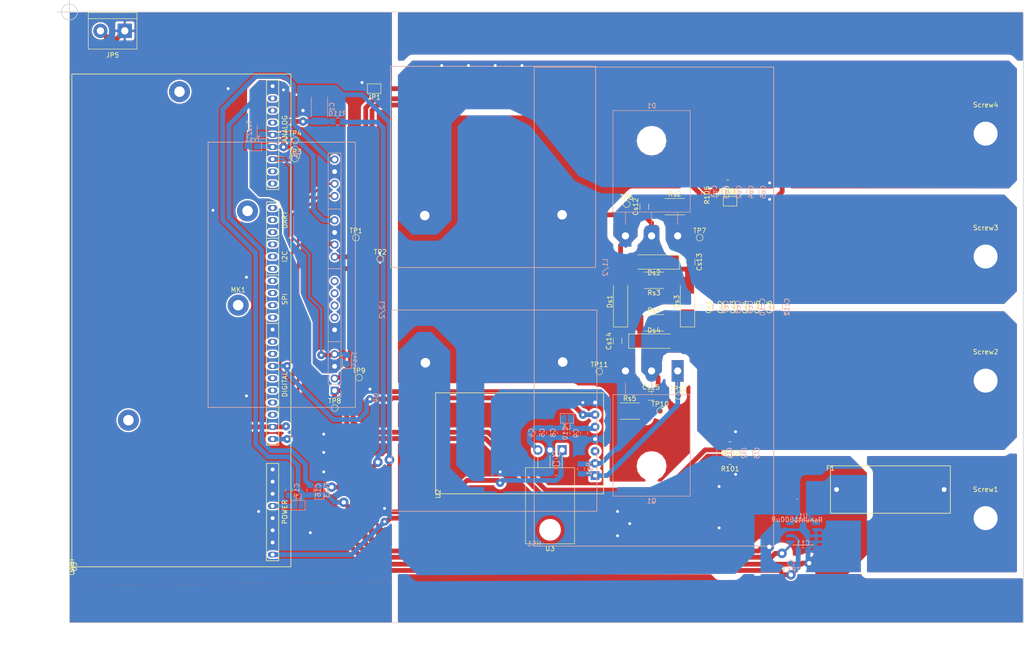
<source format=kicad_pcb>
(kicad_pcb (version 20171130) (host pcbnew "(5.0.0-rc2-dev-586-g888c43477)")
  (layers (0 F.Cu signal) (31 B.Cu signal) (34 B.Paste user) (35 F.Paste user) (36 B.SilkS user) (37 F.SilkS user) (38 B.Mask user) (39 F.Mask user) (44 Edge.Cuts user))
  (net 0 "")
  (net 1 +5V)
  (net 2 +12V)
  (net 3 "Net-(U5-Pad11)")
  (net 4 "Net-(U5-Pad12)")
  (net 5 "Net-(U5-Pad13)")
  (net 6 "Net-(U5-Pad14)")
  (net 7 "Net-(U5-Pad16)")
  (net 8 "Net-(U5-Pad17)")
  (net 9 "Net-(U5-Pad19)")
  (net 10 "Net-(U5-Pad20)")
  (net 11 "Net-(U5-Pad21)")
  (net 12 "Net-(U5-Pad22)")
  (net 13 "Net-(U5-Pad23)")
  (net 14 "Net-(U5-Pad24)")
  (net 15 "Net-(U5-Pad25)")
  (net 16 "Net-(U5-Pad26)")
  (net 17 "Net-(U5-Pad27)")
  (net 18 "Net-(U5-Pad28)")
  (net 19 "Net-(U5-Pad29)")
  (net 20 "Net-(U5-Pad30)")
  (net 21 "Net-(U5-Pad34)")
  (net 22 "Net-(U5-Pad35)")
  (net 23 "Net-(U5-Pad36)")
  (net 24 GNDA)
  (net 25 +5VA)
  (net 26 "Net-(U2-Pad3)")
  (net 27 "Net-(C10-Pad1)")
  (net 28 /-P_unfused)
  (net 29 /+Vp)
  (net 30 /-B)
  (net 31 /Source)
  (net 32 /Gate)
  (net 33 GND)
  (net 34 /+18V_OUT)
  (net 35 /Vbat_adc+)
  (net 36 /Vpanel_adc+)
  (net 37 /Ipanel_adc+)
  (net 38 /PWM)
  (net 39 /BatOVInterrupt)
  (net 40 /+B)
  (net 41 /-Vp)
  (net 42 /Vp_sen-)
  (net 43 /Vp_sen+)
  (net 44 /Vb_sen+)
  (net 45 /Vb_sen-)
  (net 46 "Net-(U4-Pad6)")
  (net 47 "Net-(U4-Pad7)")
  (net 48 "Net-(U4-Pad8)")
  (net 49 "Net-(U4-Pad9)")
  (net 50 /INA240_OUT)
  (net 51 "Net-(Cs13-Pad2)")
  (net 52 "Net-(Cs12-Pad2)")
  (net 53 "Net-(Cs14-Pad2)")
  (net 54 "Net-(Cs15-Pad1)")
  (net 55 /Rs-)
  (net 56 "Net-(JP5-Pad2)")
  (module TerminalBlock:TerminalBlock_bornier-2_P5.08mm (layer F.Cu) (at 61.595 33.655 180)
    (fp_text reference JP5 (at 2.54 -5.08 180) (layer F.SilkS))
    (fp_text value ON/OFF)
    (pad 1 thru_hole rect (at 0 0 180) (size 3 3) (drill 1.52) (layers *.Cu *.Mask) (net 33 GND))
    (pad 2 thru_hole circle (at 5.08 0 180) (size 3 3) (drill 1.52) (layers *.Cu *.Mask) (net 56 "Net-(JP5-Pad2)"))
  )
  (module TestPoint:TestPoint_Pad_D1.0mm (layer B.Cu) (at 200.66 144.78)
    (fp_text reference TP13 (at 0 1.448) (layer B.SilkS) (effects (justify mirror)))
    (fp_text value TP)
    (pad 1 smd circle (at 0 0) (size 1 1) (layers B.Cu B.Mask) (net 25 +5VA))
  )
  (module Capacitor_SMD:C_2512_6332Metric_Pad1.52x3.35mm_HandSolder (layer B.Cu) (at 102.235 49.53 90)
    (fp_text reference C1 (at 0 2.62 90) (layer B.SilkS) (effects (justify mirror)))
    (fp_text value 1uF)
    (pad 1 smd roundrect (at -2.9875 0 90) (size 1.525 3.35) (layers B.Cu B.Paste B.Mask) (roundrect_rratio 0.163934) (net 37 /Ipanel_adc+))
    (pad 2 smd roundrect (at 2.9875 0 90) (size 1.525 3.35) (layers B.Cu B.Paste B.Mask) (roundrect_rratio 0.163934) (net 24 GNDA))
  )
  (module Capacitor_SMD:C_0805_2012Metric_Pad1.15x1.40mm_HandSolder (layer B.Cu) (at 203.2 142.24 180)
    (fp_text reference C11 (at 0 1.65 180) (layer B.SilkS) (effects (justify mirror)))
    (fp_text value 100nF)
    (pad 1 smd roundrect (at -1.025 0 180) (size 1.15 1.4) (layers B.Cu B.Paste B.Mask) (roundrect_rratio 0.217391) (net 24 GNDA))
    (pad 2 smd roundrect (at 1.025 0 180) (size 1.15 1.4) (layers B.Cu B.Paste B.Mask) (roundrect_rratio 0.217391) (net 25 +5VA))
  )
  (module MCCplaca:TO-220-3_Horizontal_TabDown (layer F.Cu) (at 152.908 121.158 180)
    (fp_text reference U3 (at 2.54 -20.58 180) (layer F.SilkS))
    (fp_text value LM7812_TO220)
    (pad 3 thru_hole oval (at 5.08 0 180) (size 1.905 2) (drill 1.1) (layers *.Cu *.Mask) (net 2 +12V))
    (pad 2 thru_hole oval (at 2.54 0 180) (size 1.905 2) (drill 1.1) (layers *.Cu *.Mask) (net 33 GND))
    (pad 1 thru_hole rect (at 0 0 180) (size 1.905 2) (drill 1.1) (layers *.Cu *.Mask) (net 34 /+18V_OUT))
    (pad "" np_thru_hole oval (at 2.54 -16.66 180) (size 3.5 3.5) (drill 3.5) (layers *.Cu *.Mask))
  )
  (module MCCplaca:PML100HZPJV0L5 (layer B.Cu) (at 203.2 131.445)
    (fp_text reference Rshunt1 (at 1.0922 4.318) (layer B.SilkS) (effects (justify mirror)))
    (fp_text value 1500uR (at -3.81 4.2418) (layer B.SilkS) (effects (justify mirror)))
    (pad 2 smd rect (at 2.291 0) (size 2.932 6.64) (layers B.Cu B.Paste B.Mask) (net 55 /Rs-))
    (pad 1 smd rect (at -2.291 0) (size 2.932 6.64) (layers B.Cu B.Paste B.Mask) (net 41 /-Vp))
  )
  (module Jumper:SolderJumper-2_P1.3mm_Open_Pad1.0x1.5mm (layer F.Cu) (at 113.665 45.72 180)
    (fp_text reference JP1 (at 0 -1.8 180) (layer F.SilkS))
    (fp_text value VBat-Sen)
    (pad 2 smd rect (at 0.65 0 180) (size 1 1.5) (layers F.Cu F.Mask) (net 33 GND))
    (pad 1 smd rect (at -0.65 0 180) (size 1 1.5) (layers F.Cu F.Mask) (net 30 /-B))
  )
  (module MCCplaca:SignalsBarrapinos (layer B.Cu) (at 109.728 112.268 90)
    (fp_text reference U4 (at 2.032 4.318 -90) (layer B.SilkS) (effects (justify mirror)))
    (fp_text value Signals_MCC)
    (pad 14 thru_hole oval (at 44.141005 -4.332395) (size 1.7 1.7) (drill 1) (layers *.Cu *.Mask) (net 39 /BatOVInterrupt))
    (pad 13 thru_hole oval (at 39.061005 -4.332395) (size 1.7 1.7) (drill 1) (layers *.Cu *.Mask) (net 35 /Vbat_adc+))
    (pad 12 thru_hole oval (at 36.521005 -4.332395) (size 1.7 1.7) (drill 1) (layers *.Cu *.Mask) (net 24 GNDA))
    (pad 11 thru_hole oval (at 33.981005 -4.332395) (size 1.7 1.7) (drill 1) (layers *.Cu *.Mask) (net 45 /Vb_sen-))
    (pad 10 thru_hole oval (at 31.441005 -4.332395) (size 1.7 1.7) (drill 1) (layers *.Cu *.Mask) (net 44 /Vb_sen+))
    (pad 9 thru_hole oval (at 26.361005 -4.332395) (size 1.7 1.7) (drill 1) (layers *.Cu *.Mask) (net 49 "Net-(U4-Pad9)"))
    (pad 8 thru_hole oval (at 23.821005 -4.332395) (size 1.7 1.7) (drill 1) (layers *.Cu *.Mask) (net 48 "Net-(U4-Pad8)"))
    (pad 7 thru_hole oval (at 21.281005 -4.332395) (size 1.7 1.7) (drill 1) (layers *.Cu *.Mask) (net 47 "Net-(U4-Pad7)"))
    (pad 6 thru_hole oval (at 18.741005 -4.332395) (size 1.7 1.7) (drill 1) (layers *.Cu *.Mask) (net 46 "Net-(U4-Pad6)"))
    (pad 5 thru_hole oval (at 16.201005 -4.332395) (size 1.7 1.7) (drill 1) (layers *.Cu *.Mask) (net 24 GNDA))
    (pad 4 thru_hole oval (at 11.121005 -4.332395) (size 1.7 1.7) (drill 1) (layers *.Cu *.Mask) (net 36 /Vpanel_adc+))
    (pad 3 thru_hole oval (at 8.581005 -4.332395) (size 1.7 1.7) (drill 1) (layers *.Cu *.Mask) (net 24 GNDA))
    (pad 2 thru_hole oval (at 6.041005 -4.332395) (size 1.7 1.7) (drill 1) (layers *.Cu *.Mask) (net 43 /Vp_sen+))
    (pad 1 thru_hole rect (at 3.501005 -4.332395) (size 1.7 1.7) (drill 1) (layers *.Cu *.Mask) (net 42 /Vp_sen-))
    (pad 15 thru_hole oval (at 46.681005 -4.332395) (size 1.7 1.7) (drill 1) (layers *.Cu *.Mask) (net 38 /PWM))
    (pad 16 thru_hole oval (at 49.221005 -4.332395) (size 1.7 1.7) (drill 1) (layers *.Cu *.Mask) (net 24 GNDA))
    (pad 17 thru_hole oval (at 51.761005 -4.332395) (size 1.7 1.7) (drill 1) (layers *.Cu *.Mask) (net 25 +5VA))
  )
  (module Diode_SMD:D_MELF_Handsoldering (layer F.Cu) (at 172.085 81.915 180)
    (fp_text reference Ds2 (at 0 -2.25 180) (layer F.SilkS))
    (fp_text value BYD77)
    (pad 1 smd rect (at -3.4 0 180) (size 3.5 2.7) (layers F.Cu F.Paste F.Mask) (net 51 "Net-(Cs13-Pad2)"))
    (pad 2 smd rect (at 3.4 0 180) (size 3.5 2.7) (layers F.Cu F.Paste F.Mask) (net 31 /Source))
  )
  (module Capacitor_SMD:C_0805_2012Metric_Pad1.15x1.40mm_HandSolder (layer B.Cu) (at 95.885 129.54 90)
    (fp_text reference C17 (at 0 1.65 90) (layer B.SilkS) (effects (justify mirror)))
    (fp_text value 100nF)
    (pad 2 smd roundrect (at 1.025 0 90) (size 1.15 1.4) (layers B.Cu B.Paste B.Mask) (roundrect_rratio 0.217391) (net 33 GND))
    (pad 1 smd roundrect (at -1.025 0 90) (size 1.15 1.4) (layers B.Cu B.Paste B.Mask) (roundrect_rratio 0.217391) (net 1 +5V))
  )
  (module Capacitor_SMD:C_0805_2012Metric_Pad1.15x1.40mm_HandSolder (layer B.Cu) (at 100.33 129.54 90)
    (fp_text reference C16 (at 0 1.65 90) (layer B.SilkS) (effects (justify mirror)))
    (fp_text value 100nF)
    (pad 1 smd roundrect (at -1.025 0 90) (size 1.15 1.4) (layers B.Cu B.Paste B.Mask) (roundrect_rratio 0.217391) (net 25 +5VA))
    (pad 2 smd roundrect (at 1.025 0 90) (size 1.15 1.4) (layers B.Cu B.Paste B.Mask) (roundrect_rratio 0.217391) (net 24 GNDA))
  )
  (module Capacitor_SMD:C_0805_2012Metric_Pad1.15x1.40mm_HandSolder (layer B.Cu) (at 155.194 117.6505 270)
    (fp_text reference C10 (at 0 1.65 270) (layer B.SilkS) (effects (justify mirror)))
    (fp_text value 10uF)
    (pad 1 smd roundrect (at -1.025 0 270) (size 1.15 1.4) (layers B.Cu B.Paste B.Mask) (roundrect_rratio 0.217391) (net 27 "Net-(C10-Pad1)"))
    (pad 2 smd roundrect (at 1.025 0 270) (size 1.15 1.4) (layers B.Cu B.Paste B.Mask) (roundrect_rratio 0.217391) (net 33 GND))
  )
  (module Capacitor_SMD:C_0805_2012Metric_Pad1.15x1.40mm_HandSolder (layer B.Cu) (at 157.48 117.6505 270)
    (fp_text reference C9 (at 0 1.65 270) (layer B.SilkS) (effects (justify mirror)))
    (fp_text value 100nF)
    (pad 2 smd roundrect (at 1.025 0 270) (size 1.15 1.4) (layers B.Cu B.Paste B.Mask) (roundrect_rratio 0.217391) (net 33 GND))
    (pad 1 smd roundrect (at -1.025 0 270) (size 1.15 1.4) (layers B.Cu B.Paste B.Mask) (roundrect_rratio 0.217391) (net 27 "Net-(C10-Pad1)"))
  )
  (module Capacitor_SMD:C_0805_2012Metric_Pad1.15x1.40mm_HandSolder (layer B.Cu) (at 152.654 117.5535 270)
    (fp_text reference C8 (at 0 1.65 270) (layer B.SilkS) (effects (justify mirror)))
    (fp_text value 100nF)
    (pad 1 smd roundrect (at -1.025 0 270) (size 1.15 1.4) (layers B.Cu B.Paste B.Mask) (roundrect_rratio 0.217391) (net 2 +12V))
    (pad 2 smd roundrect (at 1.025 0 270) (size 1.15 1.4) (layers B.Cu B.Paste B.Mask) (roundrect_rratio 0.217391) (net 33 GND))
  )
  (module Capacitor_SMD:C_0805_2012Metric_Pad1.15x1.40mm_HandSolder (layer B.Cu) (at 150.368 117.5535 270)
    (fp_text reference C5 (at 0 1.65 270) (layer B.SilkS) (effects (justify mirror)))
    (fp_text value 10uF)
    (pad 2 smd roundrect (at 1.025 0 270) (size 1.15 1.4) (layers B.Cu B.Paste B.Mask) (roundrect_rratio 0.217391) (net 33 GND))
    (pad 1 smd roundrect (at -1.025 0 270) (size 1.15 1.4) (layers B.Cu B.Paste B.Mask) (roundrect_rratio 0.217391) (net 2 +12V))
  )
  (module Capacitor_SMD:C_0805_2012Metric_Pad1.15x1.40mm_HandSolder (layer B.Cu) (at 148.082 117.5535 270)
    (fp_text reference C4 (at 0 1.65 270) (layer B.SilkS) (effects (justify mirror)))
    (fp_text value 100nF)
    (pad 1 smd roundrect (at -1.025 0 270) (size 1.15 1.4) (layers B.Cu B.Paste B.Mask) (roundrect_rratio 0.217391) (net 2 +12V))
    (pad 2 smd roundrect (at 1.025 0 270) (size 1.15 1.4) (layers B.Cu B.Paste B.Mask) (roundrect_rratio 0.217391) (net 33 GND))
  )
  (module Capacitor_SMD:C_0805_2012Metric_Pad1.15x1.40mm_HandSolder (layer B.Cu) (at 151.638 125.73 180)
    (fp_text reference C3 (at 0 1.65 180) (layer B.SilkS) (effects (justify mirror)))
    (fp_text value 100nF)
    (pad 2 smd roundrect (at 1.025 0 180) (size 1.15 1.4) (layers B.Cu B.Paste B.Mask) (roundrect_rratio 0.217391) (net 33 GND))
    (pad 1 smd roundrect (at -1.025 0 180) (size 1.15 1.4) (layers B.Cu B.Paste B.Mask) (roundrect_rratio 0.217391) (net 34 /+18V_OUT))
  )
  (module Capacitor_SMD:C_0805_2012Metric_Pad1.15x1.40mm_HandSolder (layer B.Cu) (at 151.638 123.698 180)
    (fp_text reference C2 (at 0 1.65 180) (layer B.SilkS) (effects (justify mirror)))
    (fp_text value 10uF)
    (pad 1 smd roundrect (at -1.025 0 180) (size 1.15 1.4) (layers B.Cu B.Paste B.Mask) (roundrect_rratio 0.217391) (net 34 /+18V_OUT))
    (pad 2 smd roundrect (at 1.025 0 180) (size 1.15 1.4) (layers B.Cu B.Paste B.Mask) (roundrect_rratio 0.217391) (net 33 GND))
  )
  (module Capacitor_SMD:C_1206_3216Metric_Pad1.42x1.75mm_HandSolder (layer B.Cu) (at 187.96 67.31 90)
    (fp_text reference Co2 (at 0 1.82 90) (layer B.SilkS) (effects (justify mirror)))
    (fp_text value "2.2uF 100V")
    (pad 2 smd roundrect (at 1.4875 0 90) (size 1.425 1.75) (layers B.Cu B.Paste B.Mask) (roundrect_rratio 0.175439) (net 40 /+B))
    (pad 1 smd roundrect (at -1.4875 0 90) (size 1.425 1.75) (layers B.Cu B.Paste B.Mask) (roundrect_rratio 0.175439) (net 30 /-B))
  )
  (module Capacitor_SMD:C_1206_3216Metric_Pad1.42x1.75mm_HandSolder (layer B.Cu) (at 197.993 91.313 90)
    (fp_text reference Cc12 (at 0 1.82 90) (layer B.SilkS) (effects (justify mirror)))
    (fp_text value "1uF 100V")
    (pad 1 smd roundrect (at -1.4875 0 90) (size 1.425 1.75) (layers B.Cu B.Paste B.Mask) (roundrect_rratio 0.175439) (net 29 /+Vp))
    (pad 2 smd roundrect (at 1.4875 0 90) (size 1.425 1.75) (layers B.Cu B.Paste B.Mask) (roundrect_rratio 0.175439) (net 30 /-B))
  )
  (module Capacitor_SMD:C_1206_3216Metric_Pad1.42x1.75mm_HandSolder (layer B.Cu) (at 195.453 91.313 90)
    (fp_text reference Cc11 (at 0 4.36 90) (layer B.SilkS) (effects (justify mirror)))
    (fp_text value "1uF 100V")
    (pad 2 smd roundrect (at 1.4875 0 90) (size 1.425 1.75) (layers B.Cu B.Paste B.Mask) (roundrect_rratio 0.175439) (net 30 /-B))
    (pad 1 smd roundrect (at -1.4875 0 90) (size 1.425 1.75) (layers B.Cu B.Paste B.Mask) (roundrect_rratio 0.175439) (net 29 /+Vp))
  )
  (module Capacitor_SMD:C_1206_3216Metric_Pad1.42x1.75mm_HandSolder (layer B.Cu) (at 189.103 121.793 90)
    (fp_text reference Ci2 (at 0 1.82 90) (layer B.SilkS) (effects (justify mirror)))
    (fp_text value "4,7uF 50V")
    (pad 1 smd roundrect (at -1.4875 0 90) (size 1.425 1.75) (layers B.Cu B.Paste B.Mask) (roundrect_rratio 0.175439) (net 41 /-Vp))
    (pad 2 smd roundrect (at 1.4875 0 90) (size 1.425 1.75) (layers B.Cu B.Paste B.Mask) (roundrect_rratio 0.175439) (net 29 /+Vp))
  )
  (module Capacitor_SMD:C_1206_3216Metric_Pad1.42x1.75mm_HandSolder (layer B.Cu) (at 191.77 121.793 90)
    (fp_text reference Ci3 (at 0 1.82 90) (layer B.SilkS) (effects (justify mirror)))
    (fp_text value "4,7uF 50V")
    (pad 2 smd roundrect (at 1.4875 0 90) (size 1.425 1.75) (layers B.Cu B.Paste B.Mask) (roundrect_rratio 0.175439) (net 29 /+Vp))
    (pad 1 smd roundrect (at -1.4875 0 90) (size 1.425 1.75) (layers B.Cu B.Paste B.Mask) (roundrect_rratio 0.175439) (net 41 /-Vp))
  )
  (module Capacitor_SMD:C_1206_3216Metric_Pad1.42x1.75mm_HandSolder (layer B.Cu) (at 182.88 67.31 90)
    (fp_text reference Co1 (at 0 1.82 90) (layer B.SilkS) (effects (justify mirror)))
    (fp_text value "2.2uF 100V")
    (pad 1 smd roundrect (at -1.4875 0 90) (size 1.425 1.75) (layers B.Cu B.Paste B.Mask) (roundrect_rratio 0.175439) (net 30 /-B))
    (pad 2 smd roundrect (at 1.4875 0 90) (size 1.425 1.75) (layers B.Cu B.Paste B.Mask) (roundrect_rratio 0.175439) (net 40 /+B))
  )
  (module Capacitor_SMD:C_1206_3216Metric_Pad1.42x1.75mm_HandSolder (layer B.Cu) (at 185.42 67.31 90)
    (fp_text reference Co3 (at 0 1.82 90) (layer B.SilkS) (effects (justify mirror)))
    (fp_text value "2.2uF 100V")
    (pad 2 smd roundrect (at 1.4875 0 90) (size 1.425 1.75) (layers B.Cu B.Paste B.Mask) (roundrect_rratio 0.175439) (net 40 /+B))
    (pad 1 smd roundrect (at -1.4875 0 90) (size 1.425 1.75) (layers B.Cu B.Paste B.Mask) (roundrect_rratio 0.175439) (net 30 /-B))
  )
  (module Capacitor_SMD:C_1206_3216Metric_Pad1.42x1.75mm_HandSolder (layer B.Cu) (at 193.04 67.31 90)
    (fp_text reference Co5 (at 0 1.82 90) (layer B.SilkS) (effects (justify mirror)))
    (fp_text value "2.2uF 100V")
    (pad 1 smd roundrect (at -1.4875 0 90) (size 1.425 1.75) (layers B.Cu B.Paste B.Mask) (roundrect_rratio 0.175439) (net 30 /-B))
    (pad 2 smd roundrect (at 1.4875 0 90) (size 1.425 1.75) (layers B.Cu B.Paste B.Mask) (roundrect_rratio 0.175439) (net 40 /+B))
  )
  (module Capacitor_SMD:C_1206_3216Metric_Pad1.42x1.75mm_HandSolder (layer F.Cu) (at 171.45 109.855)
    (fp_text reference Cs15 (at 0 -1.82) (layer F.SilkS))
    (fp_text value 100nF)
    (pad 2 smd roundrect (at 1.4875 0) (size 1.425 1.75) (layers F.Cu F.Paste F.Mask) (roundrect_rratio 0.175439) (net 29 /+Vp))
    (pad 1 smd roundrect (at -1.4875 0) (size 1.425 1.75) (layers F.Cu F.Paste F.Mask) (roundrect_rratio 0.175439) (net 54 "Net-(Cs15-Pad1)"))
  )
  (module Capacitor_SMD:C_1206_3216Metric_Pad1.42x1.75mm_HandSolder (layer F.Cu) (at 170.053 70.358 90)
    (fp_text reference Cs12 (at 0 -1.82 90) (layer F.SilkS))
    (fp_text value 100nF)
    (pad 1 smd roundrect (at -1.4875 0 90) (size 1.425 1.75) (layers F.Cu F.Paste F.Mask) (roundrect_rratio 0.175439) (net 31 /Source))
    (pad 2 smd roundrect (at 1.4875 0 90) (size 1.425 1.75) (layers F.Cu F.Paste F.Mask) (roundrect_rratio 0.175439) (net 52 "Net-(Cs12-Pad2)"))
  )
  (module Capacitor_SMD:C_1206_3216Metric_Pad1.42x1.75mm_HandSolder (layer F.Cu) (at 179.705 81.915 270)
    (fp_text reference Cs13 (at 0 -1.82 270) (layer F.SilkS))
    (fp_text value 100nF)
    (pad 2 smd roundrect (at 1.4875 0 270) (size 1.425 1.75) (layers F.Cu F.Paste F.Mask) (roundrect_rratio 0.175439) (net 51 "Net-(Cs13-Pad2)"))
    (pad 1 smd roundrect (at -1.4875 0 270) (size 1.425 1.75) (layers F.Cu F.Paste F.Mask) (roundrect_rratio 0.175439) (net 30 /-B))
  )
  (module Capacitor_SMD:C_1206_3216Metric_Pad1.42x1.75mm_HandSolder (layer B.Cu) (at 186.055 121.793 90)
    (fp_text reference Ci1 (at 0 1.82 90) (layer B.SilkS) (effects (justify mirror)))
    (fp_text value "4,7uF 50V")
    (pad 1 smd roundrect (at -1.4875 0 90) (size 1.425 1.75) (layers B.Cu B.Paste B.Mask) (roundrect_rratio 0.175439) (net 41 /-Vp))
    (pad 2 smd roundrect (at 1.4875 0 90) (size 1.425 1.75) (layers B.Cu B.Paste B.Mask) (roundrect_rratio 0.175439) (net 29 /+Vp))
  )
  (module Capacitor_SMD:C_1206_3216Metric_Pad1.42x1.75mm_HandSolder (layer F.Cu) (at 195.453 91.313 90)
    (fp_text reference Cc5 (at 0 -1.82 90) (layer F.SilkS))
    (fp_text value "1uF 100V")
    (pad 2 smd roundrect (at 1.4875 0 90) (size 1.425 1.75) (layers F.Cu F.Paste F.Mask) (roundrect_rratio 0.175439) (net 30 /-B))
    (pad 1 smd roundrect (at -1.4875 0 90) (size 1.425 1.75) (layers F.Cu F.Paste F.Mask) (roundrect_rratio 0.175439) (net 29 /+Vp))
  )
  (module Capacitor_SMD:C_1206_3216Metric_Pad1.42x1.75mm_HandSolder (layer F.Cu) (at 164.465 98.425 90)
    (fp_text reference Cs14 (at 0 -1.82 90) (layer F.SilkS))
    (fp_text value 100nF)
    (pad 1 smd roundrect (at -1.4875 0 90) (size 1.425 1.75) (layers F.Cu F.Paste F.Mask) (roundrect_rratio 0.175439) (net 31 /Source))
    (pad 2 smd roundrect (at 1.4875 0 90) (size 1.425 1.75) (layers F.Cu F.Paste F.Mask) (roundrect_rratio 0.175439) (net 53 "Net-(Cs14-Pad2)"))
  )
  (module Capacitor_SMD:C_1206_3216Metric_Pad1.42x1.75mm_HandSolder (layer B.Cu) (at 192.913 91.313 90)
    (fp_text reference Cc10 (at 0 1.82 90) (layer B.SilkS) (effects (justify mirror)))
    (fp_text value "1uF 100V")
    (pad 2 smd roundrect (at 1.4875 0 90) (size 1.425 1.75) (layers B.Cu B.Paste B.Mask) (roundrect_rratio 0.175439) (net 30 /-B))
    (pad 1 smd roundrect (at -1.4875 0 90) (size 1.425 1.75) (layers B.Cu B.Paste B.Mask) (roundrect_rratio 0.175439) (net 29 /+Vp))
  )
  (module Capacitor_SMD:C_1206_3216Metric_Pad1.42x1.75mm_HandSolder (layer B.Cu) (at 190.373 91.313 90)
    (fp_text reference Cc9 (at 0 1.82 90) (layer B.SilkS) (effects (justify mirror)))
    (fp_text value "1uF 100V")
    (pad 1 smd roundrect (at -1.4875 0 90) (size 1.425 1.75) (layers B.Cu B.Paste B.Mask) (roundrect_rratio 0.175439) (net 29 /+Vp))
    (pad 2 smd roundrect (at 1.4875 0 90) (size 1.425 1.75) (layers B.Cu B.Paste B.Mask) (roundrect_rratio 0.175439) (net 30 /-B))
  )
  (module Capacitor_SMD:C_1206_3216Metric_Pad1.42x1.75mm_HandSolder (layer B.Cu) (at 185.293 91.313 90)
    (fp_text reference Cc7 (at 0 1.82 90) (layer B.SilkS) (effects (justify mirror)))
    (fp_text value "1uF 100V")
    (pad 2 smd roundrect (at 1.4875 0 90) (size 1.425 1.75) (layers B.Cu B.Paste B.Mask) (roundrect_rratio 0.175439) (net 30 /-B))
    (pad 1 smd roundrect (at -1.4875 0 90) (size 1.425 1.75) (layers B.Cu B.Paste B.Mask) (roundrect_rratio 0.175439) (net 29 /+Vp))
  )
  (module Capacitor_SMD:C_1206_3216Metric_Pad1.42x1.75mm_HandSolder (layer F.Cu) (at 197.993 91.313 90)
    (fp_text reference Cc6 (at 0 -1.82 90) (layer F.SilkS))
    (fp_text value "1uF 100V")
    (pad 1 smd roundrect (at -1.4875 0 90) (size 1.425 1.75) (layers F.Cu F.Paste F.Mask) (roundrect_rratio 0.175439) (net 29 /+Vp))
    (pad 2 smd roundrect (at 1.4875 0 90) (size 1.425 1.75) (layers F.Cu F.Paste F.Mask) (roundrect_rratio 0.175439) (net 30 /-B))
  )
  (module Capacitor_SMD:C_1206_3216Metric_Pad1.42x1.75mm_HandSolder (layer F.Cu) (at 192.913 91.313 90)
    (fp_text reference Cc4 (at 0 -1.82 90) (layer F.SilkS))
    (fp_text value "1uF 100V")
    (pad 2 smd roundrect (at 1.4875 0 90) (size 1.425 1.75) (layers F.Cu F.Paste F.Mask) (roundrect_rratio 0.175439) (net 30 /-B))
    (pad 1 smd roundrect (at -1.4875 0 90) (size 1.425 1.75) (layers F.Cu F.Paste F.Mask) (roundrect_rratio 0.175439) (net 29 /+Vp))
  )
  (module Capacitor_SMD:C_1206_3216Metric_Pad1.42x1.75mm_HandSolder (layer F.Cu) (at 190.373 91.313 90)
    (fp_text reference Cc3 (at 0 -1.82 90) (layer F.SilkS))
    (fp_text value "1uF 100V")
    (pad 1 smd roundrect (at -1.4875 0 90) (size 1.425 1.75) (layers F.Cu F.Paste F.Mask) (roundrect_rratio 0.175439) (net 29 /+Vp))
    (pad 2 smd roundrect (at 1.4875 0 90) (size 1.425 1.75) (layers F.Cu F.Paste F.Mask) (roundrect_rratio 0.175439) (net 30 /-B))
  )
  (module Capacitor_SMD:C_1206_3216Metric_Pad1.42x1.75mm_HandSolder (layer F.Cu) (at 187.833 91.313 90)
    (fp_text reference Cc2 (at 0 -1.82 90) (layer F.SilkS))
    (fp_text value "1uF 100V")
    (pad 2 smd roundrect (at 1.4875 0 90) (size 1.425 1.75) (layers F.Cu F.Paste F.Mask) (roundrect_rratio 0.175439) (net 30 /-B))
    (pad 1 smd roundrect (at -1.4875 0 90) (size 1.425 1.75) (layers F.Cu F.Paste F.Mask) (roundrect_rratio 0.175439) (net 29 /+Vp))
  )
  (module Capacitor_SMD:C_1206_3216Metric_Pad1.42x1.75mm_HandSolder (layer F.Cu) (at 185.293 91.313 90)
    (fp_text reference Cc1 (at 0 -1.82 90) (layer F.SilkS))
    (fp_text value "1uF 100V")
    (pad 1 smd roundrect (at -1.4875 0 90) (size 1.425 1.75) (layers F.Cu F.Paste F.Mask) (roundrect_rratio 0.175439) (net 29 /+Vp))
    (pad 2 smd roundrect (at 1.4875 0 90) (size 1.425 1.75) (layers F.Cu F.Paste F.Mask) (roundrect_rratio 0.175439) (net 30 /-B))
  )
  (module Capacitor_SMD:C_1206_3216Metric_Pad1.42x1.75mm_HandSolder (layer B.Cu) (at 187.833 91.313 90)
    (fp_text reference Cc8 (at 0 1.82 90) (layer B.SilkS) (effects (justify mirror)))
    (fp_text value "1uF 100V")
    (pad 2 smd roundrect (at 1.4875 0 90) (size 1.425 1.75) (layers B.Cu B.Paste B.Mask) (roundrect_rratio 0.175439) (net 30 /-B))
    (pad 1 smd roundrect (at -1.4875 0 90) (size 1.425 1.75) (layers B.Cu B.Paste B.Mask) (roundrect_rratio 0.175439) (net 29 /+Vp))
  )
  (module Capacitor_SMD:C_1206_3216Metric_Pad1.42x1.75mm_HandSolder (layer B.Cu) (at 190.5 67.31 90)
    (fp_text reference Co4 (at 0 1.82 90) (layer B.SilkS) (effects (justify mirror)))
    (fp_text value "2.2uF 100V")
    (pad 1 smd roundrect (at -1.4875 0 90) (size 1.425 1.75) (layers B.Cu B.Paste B.Mask) (roundrect_rratio 0.175439) (net 30 /-B))
    (pad 2 smd roundrect (at 1.4875 0 90) (size 1.425 1.75) (layers B.Cu B.Paste B.Mask) (roundrect_rratio 0.175439) (net 40 /+B))
  )
  (module Diode_SMD:D_0805_2012Metric_Castellated (layer B.Cu) (at 107.95 102.235 90)
    (fp_text reference Tvs4 (at 0 1.6 90) (layer B.SilkS) (effects (justify mirror)))
    (fp_text value D_TVS_ALT)
    (pad 2 smd roundrect (at 0.9625 0 90) (size 1.325 1.3) (layers B.Cu B.Paste B.Mask) (roundrect_rratio 0.192308) (net 36 /Vpanel_adc+))
    (pad 1 smd roundrect (at -0.9625 0 90) (size 1.325 1.3) (layers B.Cu B.Paste B.Mask) (roundrect_rratio 0.192308) (net 24 GNDA))
  )
  (module Diode_SMD:D_0805_2012Metric_Castellated (layer B.Cu) (at 102.235 129.54 90)
    (fp_text reference Tvs3 (at 0 1.6 90) (layer B.SilkS) (effects (justify mirror)))
    (fp_text value Tvs)
    (pad 1 smd roundrect (at -0.9625 0 90) (size 1.325 1.3) (layers B.Cu B.Paste B.Mask) (roundrect_rratio 0.192308) (net 25 +5VA))
    (pad 2 smd roundrect (at 0.9625 0 90) (size 1.325 1.3) (layers B.Cu B.Paste B.Mask) (roundrect_rratio 0.192308) (net 24 GNDA))
  )
  (module Diode_SMD:D_0805_2012Metric_Castellated (layer B.Cu) (at 90.17 54.2825 90)
    (fp_text reference Tvs2 (at 0.3075 -2.54 90) (layer B.SilkS) (effects (justify mirror)))
    (fp_text value D_TVS_ALT)
    (pad 2 smd roundrect (at 0.9625 0 90) (size 1.325 1.3) (layers B.Cu B.Paste B.Mask) (roundrect_rratio 0.192308) (net 24 GNDA))
    (pad 1 smd roundrect (at -0.9625 0 90) (size 1.325 1.3) (layers B.Cu B.Paste B.Mask) (roundrect_rratio 0.192308) (net 35 /Vbat_adc+))
  )
  (module Diode_SMD:D_0805_2012Metric_Castellated (layer B.Cu) (at 88.265 57.785 180)
    (fp_text reference Tvs1 (at 0 1.6 180) (layer B.SilkS) (effects (justify mirror)))
    (fp_text value D_TVS_ALT)
    (pad 1 smd roundrect (at -0.9625 0 180) (size 1.325 1.3) (layers B.Cu B.Paste B.Mask) (roundrect_rratio 0.192308) (net 37 /Ipanel_adc+))
    (pad 2 smd roundrect (at 0.9625 0 180) (size 1.325 1.3) (layers B.Cu B.Paste B.Mask) (roundrect_rratio 0.192308) (net 24 GNDA))
  )
  (module Diode_SMD:D_MELF_Handsoldering (layer F.Cu) (at 179.07 90.17 90)
    (fp_text reference Ds3 (at 0 -2.25 90) (layer F.SilkS))
    (fp_text value BYD77)
    (pad 2 smd rect (at 3.4 0 90) (size 3.5 2.7) (layers F.Cu F.Paste F.Mask) (net 51 "Net-(Cs13-Pad2)"))
    (pad 1 smd rect (at -3.4 0 90) (size 3.5 2.7) (layers F.Cu F.Paste F.Mask) (net 29 /+Vp))
  )
  (module Diode_SMD:D_MELF_Handsoldering (layer F.Cu) (at 172.085 98.425)
    (fp_text reference Ds4 (at 0 -2.25) (layer F.SilkS))
    (fp_text value BYD77)
    (pad 1 smd rect (at -3.4 0) (size 3.5 2.7) (layers F.Cu F.Paste F.Mask) (net 53 "Net-(Cs14-Pad2)"))
    (pad 2 smd rect (at 3.4 0) (size 3.5 2.7) (layers F.Cu F.Paste F.Mask) (net 29 /+Vp))
  )
  (module Jumper:SolderJumper-2_P1.3mm_Open_Pad1.0x1.5mm (layer F.Cu) (at 187.96 69.215)
    (fp_text reference JP4 (at 0 -1.8) (layer F.SilkS))
    (fp_text value VBat-Sen)
    (pad 2 smd rect (at 0.65 0) (size 1 1.5) (layers F.Cu F.Mask) (net 30 /-B) (clearance 0.00001))
    (pad 1 smd rect (at -0.65 0) (size 1 1.5) (layers F.Cu F.Mask) (net 45 /Vb_sen-) (clearance 0.001))
  )
  (module Jumper:SolderJumper-2_P1.3mm_Open_Pad1.0x1.5mm (layer B.Cu) (at 97.79 132.715 180)
    (fp_text reference L1 (at 0 1.8 180) (layer B.SilkS) (effects (justify mirror)))
    (fp_text value L_Small)
    (pad 1 smd rect (at -0.65 0 180) (size 1 1.5) (layers B.Cu B.Mask) (net 25 +5VA))
    (pad 2 smd rect (at 0.65 0 180) (size 1 1.5) (layers B.Cu B.Mask) (net 1 +5V))
  )
  (module Jumper:SolderJumper-2_P1.3mm_Open_Pad1.0x1.5mm (layer B.Cu) (at 153.924 114.554)
    (fp_text reference L3 (at 0 1.8) (layer B.SilkS) (effects (justify mirror)))
    (fp_text value L_Small)
    (pad 2 smd rect (at 0.65 0) (size 1 1.5) (layers B.Cu B.Mask) (net 27 "Net-(C10-Pad1)"))
    (pad 1 smd rect (at -0.65 0) (size 1 1.5) (layers B.Cu B.Mask) (net 2 +12V))
  )
  (module MCCplaca:Inductor_Nocoupled (layer B.Cu) (at 159.893 83.058 90)
    (fp_text reference L1/2 (at 0 2.032 90) (layer B.SilkS) (effects (justify mirror)))
    (fp_text value L_Core_Iron_Small)
    (pad 1 thru_hole circle (at 11 -7 90) (size 5 5) (drill 2) (layers *.Cu *.Mask) (net 31 /Source))
    (pad 2 thru_hole circle (at 10.844 -35.672 270) (size 5 5) (drill 2) (layers *.Cu *.Mask) (net 40 /+B))
  )
  (module MCCplaca:Inductor_Nocoupled (layer B.Cu) (at 117.348 91.948 270)
    (fp_text reference L2/2 (at 0 2.032 270) (layer B.SilkS) (effects (justify mirror)))
    (fp_text value L_Core_Iron_Small)
    (pad 2 thru_hole circle (at 10.844 -35.672 90) (size 5 5) (drill 2) (layers *.Cu *.Mask) (net 31 /Source))
    (pad 1 thru_hole circle (at 11 -7 270) (size 5 5) (drill 2) (layers *.Cu *.Mask) (net 41 /-Vp))
  )
  (module MCCplaca:Porta_Fusivel (layer F.Cu) (at 208.915 124.46)
    (fp_text reference F1 (at 0 0.5) (layer F.SilkS))
    (fp_text value Fuse)
    (pad 2 thru_hole circle (at 23.7236 4.953 180) (size 3 3) (drill 1) (layers *.Cu *.Mask) (net 28 /-P_unfused))
    (pad 1 thru_hole circle (at 1.27 4.953) (size 3 3) (drill 1) (layers *.Cu *.Mask) (net 55 /Rs-))
  )
  (module MountingHole:MountingHole_5mm_Pad (layer F.Cu) (at 241.3 106.68)
    (fp_text reference Screw2 (at 0 -6) (layer F.SilkS))
    (fp_text value +P)
    (pad 1 thru_hole circle (at 0 0) (size 10 10) (drill 5) (layers *.Cu *.Mask) (net 29 /+Vp))
  )
  (module MountingHole:MountingHole_5mm_Pad (layer F.Cu) (at 241.3 135.382)
    (fp_text reference Screw1 (at 0 -6) (layer F.SilkS))
    (fp_text value -P)
    (pad 1 thru_hole circle (at 0 0) (size 10 10) (drill 5) (layers *.Cu *.Mask) (net 28 /-P_unfused))
  )
  (module MountingHole:MountingHole_5mm_Pad (layer F.Cu) (at 241.3 55.118)
    (fp_text reference Screw4 (at 0 -6) (layer F.SilkS))
    (fp_text value +B)
    (pad 1 thru_hole circle (at 0 0) (size 10 10) (drill 5) (layers *.Cu *.Mask) (net 40 /+B))
  )
  (module MountingHole:MountingHole_5mm_Pad (layer F.Cu) (at 241.3 80.772)
    (fp_text reference Screw3 (at 0 -6) (layer F.SilkS))
    (fp_text value -B)
    (pad 1 thru_hole circle (at 0 0) (size 10 10) (drill 5) (layers *.Cu *.Mask) (net 30 /-B))
  )
  (module Package_TO_SOT_THT:TO-247-3_Horizontal_TabUp (layer B.Cu) (at 166.116 76.454)
    (fp_text reference D1 (at 5.45 -27.15) (layer B.SilkS) (effects (justify mirror)))
    (fp_text value 80CPQ150PbF)
    (pad 3 thru_hole oval (at 10.9 0) (size 2.5 4.5) (drill 1.5) (layers *.Cu *.Mask) (net 30 /-B))
    (pad 2 thru_hole oval (at 5.45 0) (size 2.5 4.5) (drill 1.5) (layers *.Cu *.Mask) (net 31 /Source))
    (pad 1 thru_hole rect (at 0 0) (size 2.5 4.5) (drill 1.5) (layers *.Cu *.Mask) (net 30 /-B))
    (pad "" np_thru_hole oval (at 5.45 -19.86) (size 3.6 3.6) (drill 3.6) (layers *.Cu *.Mask))
  )
  (module Package_TO_SOT_THT:TO-247-3_Horizontal_TabUp (layer B.Cu) (at 177.016 104.648 180)
    (fp_text reference Q1 (at 5.45 -27.15 180) (layer B.SilkS) (effects (justify mirror)))
    (fp_text value IRFP4321PbF)
    (pad "" np_thru_hole oval (at 5.45 -19.86 180) (size 3.6 3.6) (drill 3.6) (layers *.Cu *.Mask))
    (pad 1 thru_hole rect (at 0 0 180) (size 2.5 4.5) (drill 1.5) (layers *.Cu *.Mask) (net 32 /Gate))
    (pad 2 thru_hole oval (at 5.45 0 180) (size 2.5 4.5) (drill 1.5) (layers *.Cu *.Mask) (net 29 /+Vp))
    (pad 3 thru_hole oval (at 10.9 0 180) (size 2.5 4.5) (drill 1.5) (layers *.Cu *.Mask) (net 31 /Source))
  )
  (module Resistor_SMD:R_0805_2012Metric_Pad1.15x1.40mm_HandSolder (layer F.Cu) (at 187.96 123.444 180)
    (fp_text reference R101 (at 0 -1.65 180) (layer F.SilkS))
    (fp_text value 330KR)
    (pad 1 smd roundrect (at -1.025 0 180) (size 1.15 1.4) (layers F.Cu F.Paste F.Mask) (roundrect_rratio 0.217391) (net 41 /-Vp))
    (pad 2 smd roundrect (at 1.025 0 180) (size 1.15 1.4) (layers F.Cu F.Paste F.Mask) (roundrect_rratio 0.217391) (net 42 /Vp_sen-))
  )
  (module Resistor_SMD:R_0805_2012Metric_Pad1.15x1.40mm_HandSolder (layer F.Cu) (at 187.96 120.142 180)
    (fp_text reference R102 (at 0 -1.65 180) (layer F.SilkS))
    (fp_text value 330KR)
    (pad 2 smd roundrect (at 1.025 0 180) (size 1.15 1.4) (layers F.Cu F.Paste F.Mask) (roundrect_rratio 0.217391) (net 43 /Vp_sen+))
    (pad 1 smd roundrect (at -1.025 0 180) (size 1.15 1.4) (layers F.Cu F.Paste F.Mask) (roundrect_rratio 0.217391) (net 29 /+Vp))
  )
  (module Resistor_SMD:R_0805_2012Metric_Pad1.15x1.40mm_HandSolder (layer B.Cu) (at 106.045 52.578 180)
    (fp_text reference R110 (at 0 1.65 180) (layer B.SilkS) (effects (justify mirror)))
    (fp_text value 100)
    (pad 1 smd roundrect (at -1.025 0 180) (size 1.15 1.4) (layers B.Cu B.Paste B.Mask) (roundrect_rratio 0.217391) (net 50 /INA240_OUT))
    (pad 2 smd roundrect (at 1.025 0 180) (size 1.15 1.4) (layers B.Cu B.Paste B.Mask) (roundrect_rratio 0.217391) (net 37 /Ipanel_adc+))
  )
  (module Resistor_SMD:R_0805_2012Metric_Pad1.15x1.40mm_HandSolder (layer B.Cu) (at 156.845 125.095 90)
    (fp_text reference Rg1 (at 0 1.65 90) (layer B.SilkS) (effects (justify mirror)))
    (fp_text value 10k)
    (pad 2 smd roundrect (at 1.025 0 90) (size 1.15 1.4) (layers B.Cu B.Paste B.Mask) (roundrect_rratio 0.217391) (net 31 /Source))
    (pad 1 smd roundrect (at -1.025 0 90) (size 1.15 1.4) (layers B.Cu B.Paste B.Mask) (roundrect_rratio 0.217391) (net 32 /Gate))
  )
  (module Resistor_SMD:R_0805_2012Metric_Pad1.15x1.40mm_HandSolder (layer F.Cu) (at 184.785 67.945 90)
    (fp_text reference R105 (at 0 -1.65 90) (layer F.SilkS))
    (fp_text value 47R)
    (pad 2 smd roundrect (at 1.025 0 90) (size 1.15 1.4) (layers F.Cu F.Paste F.Mask) (roundrect_rratio 0.217391) (net 44 /Vb_sen+))
    (pad 1 smd roundrect (at -1.025 0 90) (size 1.15 1.4) (layers F.Cu F.Paste F.Mask) (roundrect_rratio 0.217391) (net 45 /Vb_sen-))
  )
  (module Resistor_SMD:R_0805_2012Metric_Pad1.15x1.40mm_HandSolder (layer F.Cu) (at 187.452 65.532 180)
    (fp_text reference R103 (at 0 -1.65 180) (layer F.SilkS))
    (fp_text value 100)
    (pad 1 smd roundrect (at -1.025 0 180) (size 1.15 1.4) (layers F.Cu F.Paste F.Mask) (roundrect_rratio 0.217) (net 40 /+B) (clearance 0.01))
    (pad 2 smd roundrect (at 1.025 0 180) (size 1.15 1.4) (layers F.Cu F.Paste F.Mask) (roundrect_rratio 0.217391) (net 44 /Vb_sen+))
  )
  (module Resistor_SMD:R_2512_6332Metric_Pad1.52x3.35mm_HandSolder (layer F.Cu) (at 167.005 113.03)
    (fp_text reference Rs5 (at 0 -2.62) (layer F.SilkS))
    (fp_text value 100)
    (pad 2 smd roundrect (at 2.9875 0) (size 1.525 3.35) (layers F.Cu F.Paste F.Mask) (roundrect_rratio 0.163934) (net 54 "Net-(Cs15-Pad1)"))
    (pad 1 smd roundrect (at -2.9875 0) (size 1.525 3.35) (layers F.Cu F.Paste F.Mask) (roundrect_rratio 0.163934) (net 31 /Source))
  )
  (module Resistor_SMD:R_2512_6332Metric_Pad1.52x3.35mm_HandSolder (layer F.Cu) (at 172.085 94.615)
    (fp_text reference Rs4 (at 0 -2.62) (layer F.SilkS))
    (fp_text value 100)
    (pad 1 smd roundrect (at -2.9875 0) (size 1.525 3.35) (layers F.Cu F.Paste F.Mask) (roundrect_rratio 0.163934) (net 53 "Net-(Cs14-Pad2)"))
    (pad 2 smd roundrect (at 2.9875 0) (size 1.525 3.35) (layers F.Cu F.Paste F.Mask) (roundrect_rratio 0.163934) (net 29 /+Vp))
  )
  (module Resistor_SMD:R_2512_6332Metric_Pad1.52x3.35mm_HandSolder (layer F.Cu) (at 176.403 70.358)
    (fp_text reference Rs2 (at 0 -2.62) (layer F.SilkS))
    (fp_text value 100)
    (pad 2 smd roundrect (at 2.9875 0) (size 1.525 3.35) (layers F.Cu F.Paste F.Mask) (roundrect_rratio 0.163934) (net 30 /-B))
    (pad 1 smd roundrect (at -2.9875 0) (size 1.525 3.35) (layers F.Cu F.Paste F.Mask) (roundrect_rratio 0.163934) (net 52 "Net-(Cs12-Pad2)"))
  )
  (module Resistor_SMD:R_2512_6332Metric_Pad1.52x3.35mm_HandSolder (layer F.Cu) (at 172.085 85.725 180)
    (fp_text reference Rs3 (at 0 -2.62 180) (layer F.SilkS))
    (fp_text value 100)
    (pad 1 smd roundrect (at -2.9875 0 180) (size 1.525 3.35) (layers F.Cu F.Paste F.Mask) (roundrect_rratio 0.163934) (net 51 "Net-(Cs13-Pad2)"))
    (pad 2 smd roundrect (at 2.9875 0 180) (size 1.525 3.35) (layers F.Cu F.Paste F.Mask) (roundrect_rratio 0.163934) (net 31 /Source))
  )
  (module TestPoint:TestPoint_Pad_D1.0mm (layer F.Cu) (at 173.355 113.03)
    (fp_text reference TP10 (at 0 -1.448) (layer F.SilkS))
    (fp_text value TP)
    (pad 1 smd circle (at 0 0) (size 1 1) (layers F.Cu F.Mask) (net 29 /+Vp))
  )
  (module TestPoint:TestPoint_Pad_D1.0mm (layer F.Cu) (at 160.655 104.775)
    (fp_text reference TP11 (at 0 -1.448) (layer F.SilkS))
    (fp_text value TP hide)
    (pad 1 smd circle (at 0 0) (size 1 1) (layers F.Cu F.Mask) (net 31 /Source))
  )
  (module TestPoint:TestPoint_Pad_D1.0mm (layer F.Cu) (at 177.165 109.855)
    (fp_text reference TP12 (at 0 -1.448) (layer F.SilkS))
    (fp_text value TP)
    (pad 1 smd circle (at 0 0) (size 1 1) (layers F.Cu F.Mask) (net 32 /Gate))
  )
  (module TestPoint:TestPoint_Pad_D1.0mm (layer F.Cu) (at 181.61 76.835)
    (fp_text reference TP7 (at 0 -1.448) (layer F.SilkS))
    (fp_text value TP hide)
    (pad 1 smd circle (at 0 0) (size 1 1) (layers F.Cu F.Mask) (net 30 /-B))
  )
  (module TestPoint:TestPoint_Pad_D1.0mm (layer F.Cu) (at 105.41 112.395)
    (fp_text reference TP8 (at 0 -1.448) (layer F.SilkS))
    (fp_text value TP hide)
    (pad 1 smd circle (at 0 0) (size 1 1) (layers F.Cu F.Mask) (net 42 /Vp_sen-))
  )
  (module TestPoint:TestPoint_Pad_D1.0mm (layer B.Cu) (at 97.155 58.42)
    (fp_text reference TP5 (at 0 1.448) (layer B.SilkS) (effects (justify mirror)))
    (fp_text value TP)
    (pad 1 smd circle (at 0 0) (size 1 1) (layers B.Cu B.Mask) (net 35 /Vbat_adc+))
  )
  (module TestPoint:TestPoint_Pad_D1.0mm (layer F.Cu) (at 166.37 69.85)
    (fp_text reference TP6 (at 0 -1.448) (layer F.SilkS))
    (fp_text value TP)
    (pad 1 smd circle (at 0 0) (size 1 1) (layers F.Cu F.Mask) (net 31 /Source))
  )
  (module TestPoint:TestPoint_Pad_D1.0mm (layer F.Cu) (at 114.935 81.28)
    (fp_text reference TP2 (at 0 -1.448) (layer F.SilkS))
    (fp_text value TP)
    (pad 1 smd circle (at 0 0) (size 1 1) (layers F.Cu F.Mask) (net 45 /Vb_sen-))
  )
  (module TestPoint:TestPoint_Pad_D1.0mm (layer F.Cu) (at 97.155 60.325)
    (fp_text reference TP3 (at 0 -1.448) (layer F.SilkS))
    (fp_text value TP)
    (pad 1 smd circle (at 0 0) (size 1 1) (layers F.Cu F.Mask) (net 36 /Vpanel_adc+))
  )
  (module TestPoint:TestPoint_Pad_D1.0mm (layer F.Cu) (at 97.155 56.515)
    (fp_text reference TP4 (at 0 -1.448) (layer F.SilkS))
    (fp_text value TP)
    (pad 1 smd circle (at 0 0) (size 1 1) (layers F.Cu F.Mask) (net 37 /Ipanel_adc+))
  )
  (module TestPoint:TestPoint_Pad_D1.0mm (layer F.Cu) (at 109.855 76.835)
    (fp_text reference TP1 (at 0 -1.448) (layer F.SilkS))
    (fp_text value TP)
    (pad 1 smd circle (at 0 0) (size 1 1) (layers F.Cu F.Mask) (net 44 /Vb_sen+))
  )
  (module TestPoint:TestPoint_Pad_D1.0mm (layer F.Cu) (at 110.49 106.045)
    (fp_text reference TP9 (at 0 -1.448) (layer F.SilkS))
    (fp_text value TP)
    (pad 1 smd circle (at 0 0) (size 1 1) (layers F.Cu F.Mask) (net 43 /Vp_sen+))
  )
  (module "MCCplaca:Driver_(INEP)" (layer F.Cu) (at 126.492 130.302 90)
    (fp_text reference U2 (at 0 0.5 90) (layer F.SilkS))
    (fp_text value "DRIVER_(INEP)")
    (pad 5 thru_hole circle (at 13.97 33.274 270) (size 1.8 1.8) (drill 0.8) (layers *.Cu *.Mask) (net 27 "Net-(C10-Pad1)"))
    (pad 6 thru_hole circle (at 16.51 33.274 270) (size 1.8 1.8) (drill 0.8) (layers *.Cu *.Mask) (net 38 /PWM))
    (pad 4 thru_hole circle (at 11.43 33.274 270) (size 1.8 1.8) (drill 0.8) (layers *.Cu *.Mask) (net 33 GND))
    (pad 3 thru_hole circle (at 8.89 33.274 270) (size 1.8 1.8) (drill 0.8) (layers *.Cu *.Mask) (net 26 "Net-(U2-Pad3)"))
    (pad 7 thru_hole circle (at 19.05 33.274 270) (size 1.8 1.8) (drill 0.8) (layers *.Cu *.Mask) (net 33 GND))
    (pad 1 thru_hole rect (at 3.81 33.274 270) (size 1.8 1.8) (drill 0.8) (layers *.Cu *.Mask) (net 32 /Gate))
    (pad 2 thru_hole circle (at 6.35 33.274 270) (size 1.8 1.8) (drill 0.8) (layers *.Cu *.Mask) (net 31 /Source))
  )
  (module Diode_SMD:D_MELF_Handsoldering (layer F.Cu) (at 165.1 90.17 90)
    (fp_text reference Ds1 (at 0 -2.25 90) (layer F.SilkS))
    (fp_text value BYD77)
    (pad 2 smd rect (at 3.4 0 90) (size 3.5 2.7) (layers F.Cu F.Paste F.Mask) (net 30 /-B))
    (pad 1 smd rect (at -3.4 0 90) (size 3.5 2.7) (layers F.Cu F.Paste F.Mask) (net 53 "Net-(Cs14-Pad2)"))
  )
  (module MCCplaca:hs10425 (layer B.Cu) (at 147.066 141.224)
    (fp_text reference HS1 (at 0 -0.5) (layer B.SilkS) (effects (justify mirror)))
    (fp_text value Heatsink)
  )
  (module Package_SO:SOIC-8_3.9x4.9mm_P1.27mm (layer B.Cu) (at 203.2 138.43 180)
    (fp_text reference U1 (at 0 3.5 180) (layer B.SilkS) (effects (justify mirror)))
    (fp_text value INA240)
    (pad 1 smd rect (at -2.7 1.905 180) (size 1.55 0.6) (layers B.Cu B.Paste B.Mask) (net 55 /Rs-))
    (pad 2 smd rect (at -2.7 0.635 180) (size 1.55 0.6) (layers B.Cu B.Paste B.Mask) (net 24 GNDA))
    (pad 3 smd rect (at -2.7 -0.635 180) (size 1.55 0.6) (layers B.Cu B.Paste B.Mask) (net 24 GNDA))
    (pad 4 smd rect (at -2.7 -1.905 180) (size 1.55 0.6) (layers B.Cu B.Paste B.Mask) (net 24 GNDA))
    (pad 5 smd rect (at 2.7 -1.905 180) (size 1.55 0.6) (layers B.Cu B.Paste B.Mask) (net 50 /INA240_OUT))
    (pad 6 smd rect (at 2.7 -0.635 180) (size 1.55 0.6) (layers B.Cu B.Paste B.Mask) (net 25 +5VA))
    (pad 7 smd rect (at 2.7 0.635 180) (size 1.55 0.6) (layers B.Cu B.Paste B.Mask) (net 24 GNDA))
    (pad 8 smd rect (at 2.7 1.905 180) (size 1.55 0.6) (layers B.Cu B.Paste B.Mask) (net 41 /-Vp))
  )
  (module MountingHole:MountingHole_2.2mm_M2_Pad (layer F.Cu) (at 85.2678 90.932)
    (fp_text reference MK1 (at 0 -3.2) (layer F.SilkS))
    (fp_text value Mounting_Hole)
    (pad 1 thru_hole circle (at 0 0) (size 4.4 4.4) (drill 2.2) (layers *.Cu *.Mask))
  )
  (module MCCplaca:ZCS18 (layer F.Cu) (at 50.546 145.542 90)
    (fp_text reference U5 (at 0 0.5 90) (layer F.SilkS))
    (fp_text value ZCS)
    (fp_text user POWER (at 11.43 44.45 90) (layer F.SilkS))
    (fp_text user DIGITAL (at 38.1 44.45 90) (layer F.SilkS))
    (fp_text user SPI (at 0 0 90) (layer F.SilkS))
    (fp_text user SPI (at 55.88 44.45 90) (layer F.SilkS))
    (fp_text user I2C (at 64.77 44.45 90) (layer F.SilkS))
    (fp_text user UART (at 0 0 90) (layer F.SilkS))
    (fp_text user UART (at 72.39 44.45 90) (layer F.SilkS))
    (fp_text user ANALOG (at 91.44 44.45 90) (layer F.SilkS))
    (pad 1 thru_hole oval (at 2.54 41.91 90) (size 1.2 2) (drill 0.8) (layers *.Cu *.Mask) (net 34 /+18V_OUT))
    (pad 2 thru_hole oval (at 5.08 41.91 90) (size 1.2 2) (drill 0.8) (layers *.Cu *.Mask) (net 33 GND))
    (pad 3 thru_hole oval (at 7.62 41.91 90) (size 1.2 2) (drill 0.8) (layers *.Cu *.Mask) (net 33 GND))
    (pad 4 thru_hole oval (at 10.16 41.91 90) (size 1.2 2) (drill 0.8) (layers *.Cu *.Mask) (net 33 GND))
    (pad 5 thru_hole oval (at 12.7 41.91 90) (size 1.2 2) (drill 0.8) (layers *.Cu *.Mask) (net 1 +5V))
    (pad 6 thru_hole oval (at 15.24 41.91 90) (size 1.2 2) (drill 0.8) (layers *.Cu *.Mask) (net 33 GND))
    (pad 7 thru_hole oval (at 17.78 41.91 90) (size 1.2 2) (drill 0.8) (layers *.Cu *.Mask) (net 33 GND))
    (pad 8 thru_hole oval (at 20.32 41.91 90) (size 1.2 2) (drill 0.8) (layers *.Cu *.Mask) (net 33 GND))
    (pad 9 thru_hole oval (at 26.67 41.91 90) (size 1.2 2) (drill 0.8) (layers *.Cu *.Mask) (net 39 /BatOVInterrupt))
    (pad 10 thru_hole oval (at 29.21 41.91 90) (size 1.2 2) (drill 0.8) (layers *.Cu *.Mask) (net 56 "Net-(JP5-Pad2)"))
    (pad 11 thru_hole oval (at 31.75 41.91 90) (size 1.2 2) (drill 0.8) (layers *.Cu *.Mask) (net 3 "Net-(U5-Pad11)"))
    (pad 12 thru_hole oval (at 34.29 41.91 90) (size 1.2 2) (drill 0.8) (layers *.Cu *.Mask) (net 4 "Net-(U5-Pad12)"))
    (pad 13 thru_hole oval (at 36.83 41.91 90) (size 1.2 2) (drill 0.8) (layers *.Cu *.Mask) (net 5 "Net-(U5-Pad13)"))
    (pad 14 thru_hole oval (at 39.37 41.91 90) (size 1.2 2) (drill 0.8) (layers *.Cu *.Mask) (net 6 "Net-(U5-Pad14)"))
    (pad 15 thru_hole oval (at 41.91 41.91 90) (size 1.2 2) (drill 0.8) (layers *.Cu *.Mask) (net 38 /PWM))
    (pad 16 thru_hole oval (at 44.45 41.91 90) (size 1.2 2) (drill 0.8) (layers *.Cu *.Mask) (net 7 "Net-(U5-Pad16)"))
    (pad 17 thru_hole oval (at 46.99 41.91 90) (size 1.2 2) (drill 0.8) (layers *.Cu *.Mask) (net 8 "Net-(U5-Pad17)"))
    (pad 18 thru_hole oval (at 49.53 41.91 90) (size 1.2 2) (drill 0.8) (layers *.Cu *.Mask) (net 33 GND))
    (pad 19 thru_hole oval (at 52.07 41.91 90) (size 1.2 2) (drill 0.8) (layers *.Cu *.Mask) (net 9 "Net-(U5-Pad19)"))
    (pad 20 thru_hole oval (at 54.61 41.91 90) (size 1.2 2) (drill 0.8) (layers *.Cu *.Mask) (net 10 "Net-(U5-Pad20)"))
    (pad 21 thru_hole oval (at 57.15 41.91 90) (size 1.2 2) (drill 0.8) (layers *.Cu *.Mask) (net 11 "Net-(U5-Pad21)"))
    (pad 22 thru_hole oval (at 59.69 41.91 90) (size 1.2 2) (drill 0.8) (layers *.Cu *.Mask) (net 12 "Net-(U5-Pad22)"))
    (pad 23 thru_hole oval (at 62.23 41.91 90) (size 1.2 2) (drill 0.8) (layers *.Cu *.Mask) (net 13 "Net-(U5-Pad23)"))
    (pad 24 thru_hole oval (at 64.77 41.91 90) (size 1.2 2) (drill 0.8) (layers *.Cu *.Mask) (net 14 "Net-(U5-Pad24)"))
    (pad 25 thru_hole oval (at 67.31 41.91 90) (size 1.2 2) (drill 0.8) (layers *.Cu *.Mask) (net 15 "Net-(U5-Pad25)"))
    (pad 26 thru_hole oval (at 69.85 41.91 90) (size 1.2 2) (drill 0.8) (layers *.Cu *.Mask) (net 16 "Net-(U5-Pad26)"))
    (pad 27 thru_hole oval (at 72.39 41.91 90) (size 1.2 2) (drill 0.8) (layers *.Cu *.Mask) (net 17 "Net-(U5-Pad27)"))
    (pad 28 thru_hole oval (at 74.93 41.91 90) (size 1.2 2) (drill 0.8) (layers *.Cu *.Mask) (net 18 "Net-(U5-Pad28)"))
    (pad 29 thru_hole oval (at 80.01 41.91 90) (size 1.2 2) (drill 0.8) (layers *.Cu *.Mask) (net 19 "Net-(U5-Pad29)"))
    (pad 30 thru_hole oval (at 82.55 41.91 90) (size 1.2 2) (drill 0.8) (layers *.Cu *.Mask) (net 20 "Net-(U5-Pad30)"))
    (pad 31 thru_hole oval (at 85.09 41.91 90) (size 1.2 2) (drill 0.8) (layers *.Cu *.Mask) (net 36 /Vpanel_adc+))
    (pad 32 thru_hole oval (at 87.63 41.91 90) (size 1.2 2) (drill 0.8) (layers *.Cu *.Mask) (net 37 /Ipanel_adc+))
    (pad 33 thru_hole oval (at 90.17 41.91 90) (size 1.2 2) (drill 0.8) (layers *.Cu *.Mask) (net 35 /Vbat_adc+))
    (pad 34 thru_hole oval (at 92.71 41.91 90) (size 1.2 2) (drill 0.8) (layers *.Cu *.Mask) (net 21 "Net-(U5-Pad34)"))
    (pad 35 thru_hole oval (at 95.25 41.91 90) (size 1.2 2) (drill 0.8) (layers *.Cu *.Mask) (net 22 "Net-(U5-Pad35)"))
    (pad 36 thru_hole oval (at 97.79 41.91 90) (size 1.2 2) (drill 0.8) (layers *.Cu *.Mask) (net 23 "Net-(U5-Pad36)"))
    (pad 37 thru_hole oval (at 100.33 41.91 90) (size 1.2 2) (drill 0.8) (layers *.Cu *.Mask) (net 24 GNDA))
    (pad 38 thru_hole circle (at 74.295 36.679274 90) (size 4.4 4.4) (drill 2.2) (layers *.Cu *.Mask))
    (pad 39 thru_hole circle (at 99.187 22.479 90) (size 4.4 4.4) (drill 2.2) (layers *.Cu *.Mask))
    (pad 40 thru_hole circle (at 30.608 11.811 90) (size 4.4 4.4) (drill 2.2) (layers *.Cu *.Mask))
  )
  (target plus (at 50.038 29.718) (size 5) (width 0.15) (layer Edge.Cuts))
  (gr_line (start 50.038 39.878) (end 50.038 29.718) (layer Edge.Cuts) (width 0.15))
  (gr_line (start 249.174 29.718) (end 249.174 157.226) (layer Edge.Cuts) (width 0.15))
  (gr_line (start 50.038 147.066) (end 50.038 157.226) (layer Edge.Cuts) (width 0.15))
  (gr_line (start 50.038 147.066) (end 50.038 39.878) (layer Edge.Cuts) (width 0.15))
  (gr_line (start 249.174 157.226) (end 50.038 157.226) (layer Edge.Cuts) (width 0.15))
  (gr_line (start 50.038 29.718) (end 249.174 29.718) (layer Edge.Cuts) (width 0.15))
  (segment (start 96.8225 132.842) (end 97.0765 132.588) (width 1) (layer B.Cu) (net 1))
  (segment (start 92.456 132.842) (end 96.8225 132.842) (width 1) (layer B.Cu) (net 1))
  (segment (start 97.028 132.5395) (end 97.0765 132.588) (width 1) (layer B.Cu) (net 1))
  (segment (start 97.135199 131.815199) (end 97.135199 132.715) (width 1) (layer B.Cu) (net 1))
  (segment (start 95.885 130.565) (end 97.135199 131.815199) (width 1) (layer B.Cu) (net 1))
  (segment (start 147.066 116.586) (end 148.082 116.586) (width 1) (layer B.Cu) (net 2))
  (segment (start 146.05 117.602) (end 147.066 116.586) (width 1) (layer B.Cu) (net 2))
  (segment (start 147.828 121.158) (end 146.05 119.38) (width 1) (layer B.Cu) (net 2))
  (segment (start 146.05 119.38) (end 146.05 117.602) (width 1) (layer B.Cu) (net 2))
  (segment (start 148.082 116.586) (end 150.368 116.586) (width 1) (layer B.Cu) (net 2))
  (segment (start 150.368 116.586) (end 152.654 116.586) (width 1) (layer B.Cu) (net 2))
  (segment (start 152.7025 116.5375) (end 152.654 116.586) (width 1) (layer B.Cu) (net 2))
  (segment (start 152.9565 116.2835) (end 152.654 116.586) (width 1) (layer B.Cu) (net 2))
  (segment (start 152.9565 114.554) (end 152.9565 116.2835) (width 1) (layer B.Cu) (net 2))
  (via (at 98.806 50.292) (size 1.8) (drill 0.7) (layers F.Cu B.Cu) (net 24))
  (segment (start 94.7166 49.2506) (end 94.7166 48.26) (width 0.508) (layer F.Cu) (net 24))
  (segment (start 95.758 50.292) (end 94.7166 49.2506) (width 0.508) (layer F.Cu) (net 24))
  (segment (start 98.806 50.292) (end 95.758 50.292) (width 0.508) (layer F.Cu) (net 24))
  (segment (start 94.7166 48.4886) (end 94.7166 48.26) (width 0.508) (layer F.Cu) (net 24))
  (via (at 94.742 45.973986) (size 1.7) (drill 0.6) (layers F.Cu B.Cu) (net 24))
  (segment (start 94.742 48.2346) (end 94.742 47.176067) (width 0.508) (layer F.Cu) (net 24))
  (segment (start 94.742 47.176067) (end 94.742 45.973986) (width 0.508) (layer F.Cu) (net 24))
  (segment (start 94.7166 48.26) (end 94.742 48.2346) (width 0.508) (layer F.Cu) (net 24))
  (segment (start 94.742 45.498) (end 94.742 45.973986) (width 1) (layer B.Cu) (net 24))
  (segment (start 94.456 45.212) (end 94.742 45.498) (width 1) (layer B.Cu) (net 24))
  (segment (start 92.456 45.212) (end 94.456 45.212) (width 1) (layer B.Cu) (net 24))
  (segment (start 105.8851 103.1975) (end 105.395605 103.686995) (width 1) (layer B.Cu) (net 24))
  (segment (start 107.95 103.1975) (end 105.8851 103.1975) (width 1) (layer B.Cu) (net 24))
  (segment (start 89.42 53.32) (end 90.17 53.32) (width 1) (layer B.Cu) (net 24))
  (segment (start 87.3025 55.4375) (end 89.42 53.32) (width 1) (layer B.Cu) (net 24))
  (segment (start 87.3025 57.785) (end 87.3025 55.4375) (width 1) (layer B.Cu) (net 24))
  (segment (start 90.17 46.482) (end 91.44 45.212) (width 1) (layer B.Cu) (net 24))
  (segment (start 90.17 53.32) (end 90.17 46.482) (width 1) (layer B.Cu) (net 24))
  (segment (start 92.456 45.212) (end 91.44 45.212) (width 1) (layer B.Cu) (net 24))
  (segment (start 204.225 142.01) (end 205.9 140.335) (width 0.508) (layer B.Cu) (net 24))
  (segment (start 204.225 142.24) (end 204.225 142.01) (width 0.508) (layer B.Cu) (net 24))
  (segment (start 207.183 140.335) (end 205.9 140.335) (width 0.508) (layer B.Cu) (net 24))
  (segment (start 207.645 139.873) (end 207.183 140.335) (width 0.508) (layer B.Cu) (net 24))
  (segment (start 207.645 138.43) (end 207.645 139.873) (width 0.508) (layer B.Cu) (net 24))
  (segment (start 207.01 137.795) (end 207.645 138.43) (width 0.508) (layer B.Cu) (net 24))
  (segment (start 205.9 137.795) (end 207.01 137.795) (width 0.508) (layer B.Cu) (net 24))
  (segment (start 102.235 46.863) (end 102.235 46.5425) (width 0.508) (layer B.Cu) (net 24))
  (segment (start 98.806 50.292) (end 102.235 46.863) (width 0.508) (layer B.Cu) (net 24))
  (via (at 204.47 144.78) (size 2) (drill 0.9) (layers F.Cu B.Cu) (net 24))
  (segment (start 204.225 142.24) (end 204.225 144.535) (width 1) (layer B.Cu) (net 24))
  (segment (start 204.225 144.535) (end 204.47 144.78) (width 1) (layer B.Cu) (net 24))
  (segment (start 203.835 139.065) (end 205.9 139.065) (width 0.508) (layer B.Cu) (net 24))
  (segment (start 200.5 137.795) (end 202.565 137.795) (width 0.508) (layer B.Cu) (net 24))
  (segment (start 202.565 137.795) (end 203.835 139.065) (width 0.508) (layer B.Cu) (net 24))
  (segment (start 200.5 137.795) (end 199.39 137.795) (width 0.508) (layer B.Cu) (net 24))
  (via (at 116.84 123.19) (size 2) (drill 0.9) (layers F.Cu B.Cu) (net 24))
  (segment (start 102.6825 46.99) (end 102.235 46.5425) (width 1) (layer B.Cu) (net 24))
  (segment (start 111.125 46.99) (end 102.6825 46.99) (width 1) (layer B.Cu) (net 24))
  (segment (start 116.84 123.19) (end 116.84 52.705) (width 1) (layer B.Cu) (net 24))
  (segment (start 116.84 52.705) (end 111.125 46.99) (width 1) (layer B.Cu) (net 24))
  (segment (start 199.39 137.795) (end 197.143585 140.041415) (width 1) (layer B.Cu) (net 24))
  (via (at 196.143586 141.381568) (size 2) (drill 0.9) (layers F.Cu B.Cu) (net 24))
  (segment (start 197.143585 140.381569) (end 196.143586 141.381568) (width 1) (layer B.Cu) (net 24))
  (segment (start 197.143585 140.041415) (end 197.143585 140.381569) (width 1) (layer B.Cu) (net 24))
  (segment (start 194.729373 141.381568) (end 196.143586 141.381568) (width 1) (layer F.Cu) (net 24))
  (segment (start 193.870941 142.24) (end 194.729373 141.381568) (width 1) (layer F.Cu) (net 24))
  (segment (start 115.26384 142.24) (end 193.870941 142.24) (width 1) (layer F.Cu) (net 24))
  (segment (start 113.064811 140.040971) (end 115.26384 142.24) (width 1) (layer F.Cu) (net 24))
  (segment (start 116.84 124.604213) (end 113.064811 128.379402) (width 1) (layer F.Cu) (net 24))
  (segment (start 116.84 123.19) (end 116.84 124.604213) (width 1) (layer F.Cu) (net 24))
  (segment (start 113.064811 128.379402) (end 113.064811 140.040971) (width 1) (layer F.Cu) (net 24))
  (segment (start 96.42547 121.284999) (end 99.314 124.173529) (width 1) (layer B.Cu) (net 24))
  (segment (start 83.346811 53.305189) (end 83.346811 72.611531) (width 1) (layer B.Cu) (net 24))
  (segment (start 83.346811 72.611531) (end 90.204811 79.46953) (width 1) (layer B.Cu) (net 24))
  (segment (start 90.204811 79.46953) (end 90.204811 119.41481) (width 1) (layer B.Cu) (net 24))
  (segment (start 91.44 45.212) (end 83.346811 53.305189) (width 1) (layer B.Cu) (net 24))
  (segment (start 90.204811 119.41481) (end 92.075 121.284999) (width 1) (layer B.Cu) (net 24))
  (segment (start 92.075 121.284999) (end 96.42547 121.284999) (width 1) (layer B.Cu) (net 24))
  (via (at 104.775 128.905012) (size 2) (drill 0.9) (layers F.Cu B.Cu) (net 24))
  (segment (start 204.47 144.78) (end 203.055787 144.78) (width 1) (layer F.Cu) (net 24))
  (segment (start 114.332469 144.999189) (end 109.889811 140.556531) (width 1) (layer F.Cu) (net 24))
  (segment (start 106.824225 128.905012) (end 106.189213 128.905012) (width 1) (layer F.Cu) (net 24))
  (segment (start 106.189213 128.905012) (end 104.775 128.905012) (width 1) (layer F.Cu) (net 24))
  (segment (start 109.889811 140.556531) (end 109.889811 131.970598) (width 1) (layer F.Cu) (net 24))
  (segment (start 109.889811 131.970598) (end 106.824225 128.905012) (width 1) (layer F.Cu) (net 24))
  (segment (start 202.836598 144.999189) (end 114.332469 144.999189) (width 1) (layer F.Cu) (net 24))
  (segment (start 203.055787 144.78) (end 202.836598 144.999189) (width 1) (layer F.Cu) (net 24))
  (segment (start 104.447488 128.5775) (end 104.775 128.905012) (width 1) (layer B.Cu) (net 24))
  (segment (start 102.235 128.5775) (end 104.447488 128.5775) (width 1) (layer B.Cu) (net 24))
  (segment (start 99.314 127.499) (end 99.314 127) (width 1) (layer B.Cu) (net 24))
  (segment (start 100.33 128.515) (end 99.314 127.499) (width 1) (layer B.Cu) (net 24))
  (segment (start 99.314 124.173529) (end 99.314 127) (width 1) (layer B.Cu) (net 24))
  (segment (start 205.9 139.065) (end 205.9 137.795) (width 0.508) (layer B.Cu) (net 24))
  (segment (start 98.444801 132.021301) (end 98.444801 131.376699) (width 1) (layer B.Cu) (net 25))
  (segment (start 98.444801 131.376699) (end 99.314 130.5075) (width 1) (layer B.Cu) (net 25))
  (segment (start 201.295 139.065) (end 200.5 139.065) (width 0.508) (layer B.Cu) (net 25))
  (segment (start 202.175 142.24) (end 202.175 139.945) (width 0.508) (layer B.Cu) (net 25))
  (segment (start 202.175 139.945) (end 201.295 139.065) (width 0.508) (layer B.Cu) (net 25))
  (via (at 107.315 132.08) (size 2) (drill 0.9) (layers F.Cu B.Cu) (net 25))
  (segment (start 105.900787 132.08) (end 107.315 132.08) (width 1) (layer B.Cu) (net 25))
  (segment (start 202.175 142.24) (end 202.175 145.70481) (width 1) (layer B.Cu) (net 25))
  (segment (start 202.175 145.70481) (end 201.659999 146.219811) (width 1) (layer B.Cu) (net 25))
  (segment (start 201.659999 146.219811) (end 200.66 147.21981) (width 1) (layer B.Cu) (net 25))
  (via (at 200.66 147.21981) (size 2) (drill 0.9) (layers F.Cu B.Cu) (net 25))
  (segment (start 201.659999 145.779999) (end 200.66 144.78) (width 1) (layer B.Cu) (net 25))
  (segment (start 201.659999 146.219811) (end 201.659999 145.779999) (width 1) (layer B.Cu) (net 25))
  (segment (start 199.245787 147.21981) (end 200.66 147.21981) (width 1) (layer F.Cu) (net 25))
  (segment (start 198.329977 146.304) (end 199.245787 147.21981) (width 1) (layer F.Cu) (net 25))
  (segment (start 113.792 146.304) (end 198.329977 146.304) (width 1) (layer F.Cu) (net 25))
  (segment (start 108.585 133.35) (end 108.585 141.097) (width 1) (layer F.Cu) (net 25))
  (segment (start 108.585 141.097) (end 113.792 146.304) (width 1) (layer F.Cu) (net 25))
  (segment (start 107.315 132.08) (end 108.585 133.35) (width 1) (layer F.Cu) (net 25))
  (segment (start 103.8325 130.5025) (end 105.41 132.08) (width 1) (layer B.Cu) (net 25))
  (segment (start 102.235 130.5025) (end 103.8325 130.5025) (width 1) (layer B.Cu) (net 25))
  (segment (start 105.41 132.08) (end 105.900787 132.08) (width 1) (layer B.Cu) (net 25))
  (segment (start 102.1725 130.565) (end 102.235 130.5025) (width 1) (layer B.Cu) (net 25))
  (segment (start 100.33 130.565) (end 102.1725 130.565) (width 1) (layer B.Cu) (net 25))
  (segment (start 97.79 124.494807) (end 97.79 129.295) (width 1) (layer B.Cu) (net 25))
  (segment (start 95.885003 122.58981) (end 97.79 124.494807) (width 1) (layer B.Cu) (net 25))
  (segment (start 91.534531 122.58981) (end 95.885003 122.58981) (width 1) (layer B.Cu) (net 25))
  (segment (start 88.9 119.955279) (end 91.534531 122.58981) (width 1) (layer B.Cu) (net 25))
  (segment (start 97.79 129.295) (end 99.06 130.565) (width 1) (layer B.Cu) (net 25))
  (segment (start 82.042 73.152) (end 88.9 80.01) (width 1) (layer B.Cu) (net 25))
  (segment (start 88.9 80.01) (end 88.9 119.955279) (width 1) (layer B.Cu) (net 25))
  (segment (start 82.042 50.038) (end 82.042 73.152) (width 1) (layer B.Cu) (net 25))
  (segment (start 104.14 60.452) (end 96.774 53.086) (width 1) (layer B.Cu) (net 25))
  (segment (start 105.664 60.452) (end 104.14 60.452) (width 1) (layer B.Cu) (net 25))
  (segment (start 96.774 53.086) (end 96.774 44.958) (width 1) (layer B.Cu) (net 25))
  (segment (start 96.774 44.958) (end 94.996 43.18) (width 1) (layer B.Cu) (net 25))
  (segment (start 94.996 43.18) (end 88.9 43.18) (width 1) (layer B.Cu) (net 25))
  (segment (start 88.9 43.18) (end 82.042 50.038) (width 1) (layer B.Cu) (net 25))
  (segment (start 99.06 130.565) (end 100.33 130.565) (width 1) (layer B.Cu) (net 25))
  (segment (start 159.415 116.683) (end 159.766 116.332) (width 1) (layer B.Cu) (net 27))
  (segment (start 157.226 116.683) (end 159.415 116.683) (width 1) (layer B.Cu) (net 27))
  (segment (start 157.226 116.683) (end 154.94 116.683) (width 1) (layer B.Cu) (net 27))
  (segment (start 154.94 116.683) (end 155.1455 116.4775) (width 1) (layer B.Cu) (net 27))
  (segment (start 154.8915 116.3805) (end 155.194 116.683) (width 1) (layer B.Cu) (net 27))
  (segment (start 154.8915 114.554) (end 154.8915 116.3805) (width 1) (layer B.Cu) (net 27))
  (segment (start 239.395 137.287) (end 241.3 135.382) (width 9) (layer B.Cu) (net 28))
  (segment (start 231.4956 137.287) (end 239.395 137.287) (width 9) (layer B.Cu) (net 28))
  (segment (start 171.566 104.648) (end 171.566 105.78) (width 1) (layer F.Cu) (net 29))
  (segment (start 171.566 105.78) (end 171.82 105.78) (width 1) (layer F.Cu) (net 29))
  (via (at 189.103 117.348) (size 1.7) (drill 0.6) (layers F.Cu B.Cu) (net 29))
  (segment (start 188.950501 120.142) (end 189.103 119.989501) (width 1) (layer F.Cu) (net 29))
  (segment (start 189.103 118.550081) (end 189.103 117.348) (width 1) (layer F.Cu) (net 29))
  (segment (start 189.103 119.989501) (end 189.103 118.550081) (width 1) (layer F.Cu) (net 29))
  (segment (start 172.9375 106.0195) (end 172.9375 109.22) (width 1) (layer F.Cu) (net 29))
  (segment (start 171.566 104.648) (end 172.9375 106.0195) (width 1) (layer F.Cu) (net 29))
  (segment (start 171.566 102.344) (end 171.566 104.648) (width 1) (layer F.Cu) (net 29))
  (segment (start 175.485 98.425) (end 171.566 102.344) (width 1) (layer F.Cu) (net 29))
  (segment (start 175.0725 98.0125) (end 175.485 98.425) (width 1) (layer F.Cu) (net 29))
  (segment (start 175.0725 94.615) (end 175.0725 98.0125) (width 1) (layer F.Cu) (net 29))
  (segment (start 178.025 94.615) (end 179.07 93.57) (width 1) (layer F.Cu) (net 29))
  (segment (start 175.0725 94.615) (end 178.025 94.615) (width 1) (layer F.Cu) (net 29))
  (segment (start 172.9375 112.6125) (end 173.355 113.03) (width 1) (layer F.Cu) (net 29))
  (segment (start 172.9375 109.855) (end 172.9375 112.6125) (width 1) (layer F.Cu) (net 29))
  (segment (start 191.77 120.3055) (end 186.055 120.3055) (width 1) (layer B.Cu) (net 29))
  (via (at 196.215 68.834) (size 1.7) (drill 0.6) (layers F.Cu B.Cu) (net 30))
  (segment (start 179.3905 74.0795) (end 177.016 76.454) (width 1) (layer F.Cu) (net 30))
  (segment (start 179.3905 70.358) (end 179.3905 74.0795) (width 1) (layer F.Cu) (net 30))
  (segment (start 177.016 77.7385) (end 179.705 80.4275) (width 1) (layer F.Cu) (net 30))
  (segment (start 177.016 76.454) (end 177.016 77.7385) (width 1) (layer F.Cu) (net 30))
  (segment (start 165.1 84.02) (end 165.1 86.77) (width 1) (layer F.Cu) (net 30))
  (segment (start 165.1 78.47) (end 165.1 84.02) (width 1) (layer F.Cu) (net 30))
  (segment (start 166.116 77.454) (end 165.1 78.47) (width 1) (layer F.Cu) (net 30))
  (segment (start 166.116 76.454) (end 166.116 77.454) (width 1) (layer F.Cu) (net 30))
  (segment (start 192.464081 68.834) (end 194.31 68.834) (width 1) (layer F.Cu) (net 30))
  (segment (start 188.902001 68.834) (end 192.464081 68.834) (width 1) (layer F.Cu) (net 30))
  (segment (start 197.231 68.834) (end 198.835001 67.229999) (width 1) (layer F.Cu) (net 30))
  (segment (start 194.31 68.834) (end 197.231 68.834) (width 1) (layer F.Cu) (net 30))
  (segment (start 198.835001 67.229999) (end 198.835001 64.147399) (width 1) (layer F.Cu) (net 30))
  (segment (start 198.835001 64.147399) (end 197.472601 62.784999) (width 1) (layer F.Cu) (net 30))
  (segment (start 197.472601 62.784999) (end 190.654664 62.784998) (width 1) (layer F.Cu) (net 30))
  (segment (start 173.589666 45.72) (end 114.315 45.72) (width 1) (layer F.Cu) (net 30))
  (segment (start 190.654664 62.784998) (end 173.589666 45.72) (width 1) (layer F.Cu) (net 30))
  (segment (start 171.566 76.454) (end 171.566 75.554) (width 1) (layer F.Cu) (net 31))
  (segment (start 171.566 73.7695) (end 169.926 72.1295) (width 1) (layer F.Cu) (net 31))
  (segment (start 171.566 76.454) (end 171.566 73.7695) (width 1) (layer F.Cu) (net 31))
  (segment (start 169.926 72.1295) (end 169.8545 72.058) (width 0.508) (layer F.Cu) (net 31))
  (segment (start 166.116 109.6615) (end 164.0175 111.76) (width 1) (layer F.Cu) (net 31))
  (segment (start 166.116 104.648) (end 166.116 109.6615) (width 1) (layer F.Cu) (net 31))
  (segment (start 166.116 101.5635) (end 164.465 99.9125) (width 1) (layer F.Cu) (net 31))
  (segment (start 166.116 104.648) (end 166.116 101.5635) (width 1) (layer F.Cu) (net 31))
  (segment (start 171.566 79.034) (end 168.685 81.915) (width 1) (layer F.Cu) (net 31))
  (segment (start 171.566 76.454) (end 171.566 79.034) (width 1) (layer F.Cu) (net 31))
  (segment (start 169.0975 82.3275) (end 168.685 81.915) (width 1) (layer F.Cu) (net 31))
  (segment (start 169.0975 85.725) (end 169.0975 82.3275) (width 1) (layer F.Cu) (net 31))
  (segment (start 169.8405 72.058) (end 170.053 71.8455) (width 1) (layer F.Cu) (net 31))
  (segment (start 166.37 72.058) (end 166.37 69.85) (width 1) (layer F.Cu) (net 31))
  (segment (start 166.37 72.058) (end 169.8405 72.058) (width 1) (layer F.Cu) (net 31))
  (segment (start 152.893 72.058) (end 166.37 72.058) (width 1) (layer F.Cu) (net 31))
  (segment (start 177.016 109.706) (end 177.165 109.855) (width 1) (layer F.Cu) (net 32))
  (segment (start 177.016 104.648) (end 177.016 109.706) (width 1) (layer F.Cu) (net 32))
  (segment (start 157.48 118.872) (end 157.226 118.618) (width 1) (layer B.Cu) (net 33))
  (segment (start 159.766 118.872) (end 157.48 118.872) (width 1) (layer B.Cu) (net 33))
  (segment (start 157.226 118.618) (end 154.94 118.618) (width 1) (layer B.Cu) (net 33))
  (via (at 103.124 117.856) (size 1.7) (drill 0.6) (layers F.Cu B.Cu) (net 33))
  (via (at 103.124 121.666) (size 1.7) (drill 0.6) (layers F.Cu B.Cu) (net 33))
  (via (at 103.124 125.73) (size 1.7) (drill 0.6) (layers F.Cu B.Cu) (net 33))
  (via (at 115.824 133.35) (size 1.7) (drill 0.6) (layers F.Cu B.Cu) (net 33))
  (segment (start 117.05919 134.07719) (end 124.607132 134.07719) (width 1) (layer F.Cu) (net 33))
  (segment (start 115.824 133.35) (end 116.332 133.35) (width 1) (layer F.Cu) (net 33))
  (segment (start 116.332 133.35) (end 117.05919 134.07719) (width 1) (layer F.Cu) (net 33))
  (segment (start 124.607132 134.07719) (end 132.481131 126.20319) (width 1) (layer F.Cu) (net 33))
  (segment (start 132.481131 126.20319) (end 139.317704 126.20319) (width 1) (layer F.Cu) (net 33))
  (via (at 139.97349 125.73) (size 1.7) (drill 0.6) (layers F.Cu B.Cu) (net 33))
  (segment (start 139.317704 126.20319) (end 139.697249 126.20319) (width 1) (layer F.Cu) (net 33))
  (segment (start 139.697249 126.20319) (end 139.97349 125.926949) (width 1) (layer F.Cu) (net 33))
  (segment (start 150.368 121.158) (end 150.368 118.521) (width 1) (layer B.Cu) (net 33))
  (segment (start 150.368 118.521) (end 148.082 118.521) (width 1) (layer B.Cu) (net 33))
  (segment (start 152.654 118.521) (end 150.368 118.521) (width 1) (layer B.Cu) (net 33))
  (segment (start 150.19731 126.20319) (end 150.6705 125.73) (width 1) (layer B.Cu) (net 33))
  (segment (start 140.42719 126.20319) (end 150.19731 126.20319) (width 1) (layer B.Cu) (net 33))
  (segment (start 139.97349 125.73) (end 139.97349 125.74949) (width 1) (layer B.Cu) (net 33))
  (segment (start 139.97349 125.74949) (end 140.42719 126.20319) (width 1) (layer B.Cu) (net 33))
  (segment (start 150.6705 125.73) (end 150.6705 123.698) (width 1) (layer B.Cu) (net 33))
  (segment (start 150.6705 121.4605) (end 150.368 121.158) (width 1) (layer B.Cu) (net 33))
  (segment (start 150.6705 123.698) (end 150.6705 121.4605) (width 1) (layer B.Cu) (net 33))
  (segment (start 92.075 140.716) (end 91.948 140.843) (width 0.508) (layer B.Cu) (net 33))
  (segment (start 92.456 127.762) (end 94.742 127.762) (width 1) (layer B.Cu) (net 33))
  (segment (start 94.742 127.762) (end 95.5525 128.5725) (width 1) (layer B.Cu) (net 33))
  (segment (start 157.226 111.252) (end 159.766 111.252) (width 1) (layer B.Cu) (net 33))
  (via (at 112.776 108.458) (size 1.7) (drill 0.6) (layers F.Cu B.Cu) (net 33))
  (via (at 157.226 111.252) (size 1.7) (drill 0.6) (layers F.Cu B.Cu) (net 33))
  (segment (start 154.948 108.974) (end 157.226 111.252) (width 1) (layer F.Cu) (net 33))
  (segment (start 117.228999 108.974) (end 154.948 108.974) (width 1) (layer F.Cu) (net 33))
  (segment (start 112.776 108.458) (end 116.713 108.458) (width 1) (layer F.Cu) (net 33))
  (segment (start 116.713 108.458) (end 117.228999 108.974) (width 1) (layer F.Cu) (net 33))
  (segment (start 92.837 96.012) (end 92.456 96.012) (width 1) (layer B.Cu) (net 33))
  (segment (start 106.227684 113.495188) (end 97.507496 104.775) (width 1) (layer B.Cu) (net 33))
  (segment (start 97.507496 100.682496) (end 92.837 96.012) (width 1) (layer B.Cu) (net 33))
  (segment (start 109.930916 113.495188) (end 106.227684 113.495188) (width 1) (layer B.Cu) (net 33))
  (segment (start 112.776 108.458) (end 112.776 108.839) (width 1) (layer B.Cu) (net 33))
  (segment (start 112.776 108.839) (end 112.731711 108.883289) (width 1) (layer B.Cu) (net 33))
  (segment (start 111.974039 108.883289) (end 110.49 110.367328) (width 1) (layer B.Cu) (net 33))
  (segment (start 97.507496 104.775) (end 97.507496 100.682496) (width 1) (layer B.Cu) (net 33))
  (segment (start 110.49 110.367328) (end 110.49 112.936104) (width 1) (layer B.Cu) (net 33))
  (segment (start 112.731711 108.883289) (end 111.974039 108.883289) (width 1) (layer B.Cu) (net 33))
  (segment (start 110.49 112.936104) (end 109.930916 113.495188) (width 1) (layer B.Cu) (net 33))
  (via (at 83.185 45.72) (size 1.7) (drill 0.6) (layers F.Cu B.Cu) (net 33))
  (via (at 80.01 71.12) (size 1.7) (drill 0.6) (layers F.Cu B.Cu) (net 33))
  (via (at 86.995 85.09) (size 1.7) (drill 0.6) (layers F.Cu B.Cu) (net 33))
  (via (at 86.995 109.855) (size 1.7) (drill 0.6) (layers F.Cu B.Cu) (net 33))
  (via (at 89.535 133.985) (size 1.7) (drill 0.6) (layers F.Cu B.Cu) (net 33))
  (via (at 100.33 138.43) (size 1.7) (drill 0.6) (layers F.Cu B.Cu) (net 33))
  (via (at 111.125 44.45) (size 1.7) (drill 0.6) (layers F.Cu B.Cu) (net 33))
  (segment (start 111.125 44.45) (end 111.974999 45.299999) (width 1) (layer F.Cu) (net 33))
  (segment (start 92.456 143.002) (end 94.456 143.002) (width 1) (layer B.Cu) (net 34))
  (segment (start 108.942342 143.002) (end 115.837542 136.1068) (width 1) (layer B.Cu) (net 34))
  (segment (start 94.456 143.002) (end 108.942342 143.002) (width 1) (layer B.Cu) (net 34))
  (via (at 115.837542 136.1068) (size 1.7) (drill 0.6) (layers F.Cu B.Cu) (net 34))
  (segment (start 116.278306 136.1068) (end 117.003106 135.382) (width 1) (layer F.Cu) (net 34))
  (segment (start 115.837542 136.1068) (end 116.278306 136.1068) (width 1) (layer F.Cu) (net 34))
  (segment (start 117.003106 135.382) (end 125.1476 135.382) (width 1) (layer F.Cu) (net 34))
  (segment (start 125.1476 135.382) (end 133.0216 127.508) (width 1) (layer F.Cu) (net 34))
  (via (at 139.954 128.016) (size 1.7) (drill 0.6) (layers F.Cu B.Cu) (net 34))
  (segment (start 133.0216 127.508) (end 139.446 127.508) (width 1) (layer F.Cu) (net 34))
  (segment (start 139.446 127.508) (end 139.954 128.016) (width 1) (layer F.Cu) (net 34))
  (segment (start 139.954 128.016) (end 140.462 127.508) (width 1) (layer B.Cu) (net 34))
  (segment (start 152.6055 125.73) (end 152.6055 126.5405) (width 1) (layer B.Cu) (net 34))
  (segment (start 151.638 127.508) (end 151.384 127.508) (width 1) (layer B.Cu) (net 34))
  (segment (start 152.6055 126.5405) (end 151.638 127.508) (width 1) (layer B.Cu) (net 34))
  (segment (start 140.462 127.508) (end 151.384 127.508) (width 1) (layer B.Cu) (net 34))
  (segment (start 152.6055 125.73) (end 152.6055 123.698) (width 1) (layer B.Cu) (net 34))
  (segment (start 152.6055 121.4605) (end 152.908 121.158) (width 1) (layer B.Cu) (net 34))
  (segment (start 152.6055 123.698) (end 152.6055 121.4605) (width 1) (layer B.Cu) (net 34))
  (segment (start 103.051995 73.206995) (end 105.395605 73.206995) (width 1) (layer B.Cu) (net 35))
  (segment (start 100.965 71.12) (end 103.051995 73.206995) (width 1) (layer B.Cu) (net 35))
  (segment (start 100.965 59.69) (end 100.965 71.12) (width 1) (layer B.Cu) (net 35))
  (segment (start 92.456 55.372) (end 96.647 55.372) (width 1) (layer B.Cu) (net 35))
  (segment (start 92.329 55.245) (end 92.456 55.372) (width 1) (layer B.Cu) (net 35))
  (segment (start 90.17 55.245) (end 92.329 55.245) (width 1) (layer B.Cu) (net 35))
  (segment (start 97.155 57.15) (end 97.79 56.515) (width 1) (layer B.Cu) (net 35))
  (segment (start 97.155 58.42) (end 97.155 57.15) (width 1) (layer B.Cu) (net 35))
  (segment (start 96.647 55.372) (end 97.79 56.515) (width 1) (layer B.Cu) (net 35))
  (segment (start 97.79 56.515) (end 100.965 59.69) (width 1) (layer B.Cu) (net 35))
  (via (at 102.616 101.346) (size 1.7) (drill 0.6) (layers F.Cu B.Cu) (net 36))
  (segment (start 94.742 60.452) (end 92.456 60.452) (width 0.508) (layer B.Cu) (net 36))
  (segment (start 102.616 91.694) (end 100.076 89.154) (width 0.508) (layer B.Cu) (net 36))
  (segment (start 102.616 101.346) (end 102.616 91.694) (width 0.508) (layer B.Cu) (net 36))
  (segment (start 100.076 89.154) (end 100.076 80.264) (width 0.508) (layer B.Cu) (net 36))
  (segment (start 100.076 80.264) (end 96.266 76.454) (width 0.508) (layer B.Cu) (net 36))
  (segment (start 96.266 76.454) (end 96.266 61.976) (width 0.508) (layer B.Cu) (net 36))
  (segment (start 96.266 61.976) (end 94.742 60.452) (width 0.508) (layer B.Cu) (net 36))
  (segment (start 105.41 101.346) (end 102.616 101.346) (width 1) (layer F.Cu) (net 36))
  (segment (start 107.824495 101.146995) (end 107.95 101.2725) (width 1) (layer B.Cu) (net 36))
  (segment (start 105.395605 101.146995) (end 107.824495 101.146995) (width 1) (layer B.Cu) (net 36))
  (segment (start 92.329 60.325) (end 92.456 60.452) (width 1) (layer F.Cu) (net 36))
  (segment (start 97.028 60.452) (end 97.155 60.325) (width 1) (layer F.Cu) (net 36))
  (segment (start 92.456 60.452) (end 97.028 60.452) (width 1) (layer F.Cu) (net 36))
  (via (at 98.806 52.578) (size 1.8) (drill 0.7) (layers F.Cu B.Cu) (net 37))
  (segment (start 101.1405 52.578) (end 99.314 52.578) (width 0.508) (layer B.Cu) (net 37))
  (segment (start 102.616 52.2755) (end 102.9185 52.578) (width 0.508) (layer B.Cu) (net 37))
  (segment (start 100.838 52.2755) (end 102.616 52.2755) (width 0.508) (layer B.Cu) (net 37))
  (segment (start 98.552 52.578) (end 95.758 52.578) (width 0.508) (layer F.Cu) (net 37))
  (via (at 94.742 57.912) (size 1.8) (drill 0.7) (layers F.Cu B.Cu) (net 37))
  (segment (start 94.742 57.912) (end 92.456 57.912) (width 1) (layer B.Cu) (net 37))
  (segment (start 92.329 57.785) (end 92.456 57.912) (width 1) (layer B.Cu) (net 37))
  (segment (start 89.2275 57.785) (end 92.329 57.785) (width 1) (layer B.Cu) (net 37))
  (segment (start 102.2955 52.578) (end 102.235 52.5175) (width 1) (layer B.Cu) (net 37))
  (segment (start 105.02 52.578) (end 102.2955 52.578) (width 1) (layer B.Cu) (net 37))
  (segment (start 95.758 57.912) (end 97.155 56.515) (width 1) (layer F.Cu) (net 37))
  (segment (start 94.742 57.912) (end 95.758 57.912) (width 1) (layer F.Cu) (net 37))
  (via (at 95.504 103.632) (size 1.7) (drill 0.6) (layers F.Cu B.Cu) (net 38))
  (segment (start 103.069005 65.586995) (end 105.395605 65.586995) (width 0.508) (layer F.Cu) (net 38))
  (segment (start 96.52 72.136) (end 103.069005 65.586995) (width 0.508) (layer F.Cu) (net 38))
  (segment (start 95.504 103.632) (end 96.52 102.616) (width 0.508) (layer F.Cu) (net 38))
  (segment (start 96.52 102.616) (end 96.52 72.136) (width 0.508) (layer F.Cu) (net 38))
  (via (at 157.226 113.792) (size 1.7) (drill 0.6) (layers F.Cu B.Cu) (net 38))
  (segment (start 159.766 113.792) (end 157.226 113.792) (width 1) (layer B.Cu) (net 38))
  (via (at 112.768344 110.53809) (size 1.7) (drill 0.6) (layers F.Cu B.Cu) (net 38))
  (segment (start 94.456 103.632) (end 92.456 103.632) (width 1) (layer B.Cu) (net 38))
  (segment (start 92.456 103.632) (end 95.504 103.632) (width 1) (layer B.Cu) (net 38))
  (segment (start 112.056808 113.214574) (end 112.056808 113.125655) (width 1) (layer B.Cu) (net 38))
  (segment (start 111.918345 113.125655) (end 112.056808 113.125655) (width 0.508) (layer B.Cu) (net 38))
  (segment (start 110.471384 114.799998) (end 112.056808 113.214574) (width 1) (layer B.Cu) (net 38))
  (segment (start 105.122021 114.799998) (end 110.471384 114.799998) (width 1) (layer B.Cu) (net 38))
  (segment (start 95.504 105.181977) (end 105.122021 114.799998) (width 1) (layer B.Cu) (net 38))
  (segment (start 95.504 103.632) (end 95.504 105.181977) (width 1) (layer B.Cu) (net 38))
  (segment (start 112.056808 110.828192) (end 112.056808 113.214574) (width 1) (layer B.Cu) (net 38))
  (segment (start 112.395 110.49) (end 112.056808 110.828192) (width 1) (layer B.Cu) (net 38))
  (segment (start 112.768344 110.53809) (end 112.44309 110.53809) (width 1) (layer B.Cu) (net 38))
  (segment (start 112.44309 110.53809) (end 112.395 110.49) (width 1) (layer B.Cu) (net 38))
  (segment (start 117.21572 110.53809) (end 117.475 110.27881) (width 1) (layer F.Cu) (net 38))
  (segment (start 112.768344 110.53809) (end 117.21572 110.53809) (width 1) (layer F.Cu) (net 38))
  (segment (start 153.71281 110.27881) (end 153.924 110.49) (width 1) (layer F.Cu) (net 38))
  (segment (start 117.475 110.27881) (end 153.71281 110.27881) (width 1) (layer F.Cu) (net 38))
  (segment (start 153.924 110.49) (end 157.226 113.792) (width 1) (layer F.Cu) (net 38))
  (via (at 95.504 118.872) (size 1.7) (drill 0.6) (layers F.Cu B.Cu) (net 39))
  (segment (start 92.456 118.872) (end 95.504 118.872) (width 1) (layer B.Cu) (net 39))
  (segment (start 102.053005 68.126995) (end 105.395605 68.126995) (width 0.508) (layer F.Cu) (net 39))
  (segment (start 97.79 72.39) (end 102.053005 68.126995) (width 0.508) (layer F.Cu) (net 39))
  (segment (start 97.79 116.84) (end 97.79 72.39) (width 0.508) (layer F.Cu) (net 39))
  (segment (start 95.504 118.872) (end 95.758 118.872) (width 0.508) (layer F.Cu) (net 39))
  (segment (start 95.758 118.872) (end 97.79 116.84) (width 0.508) (layer F.Cu) (net 39))
  (segment (start 233.318 48.088) (end 240.094 54.864) (width 9) (layer F.Cu) (net 40))
  (segment (start 240.202 54.972) (end 240.202 54.2994) (width 9) (layer B.Cu) (net 40))
  (segment (start 240.202 54.972) (end 233.426 48.196) (width 9) (layer B.Cu) (net 40))
  (segment (start 124.38888 71.57212) (end 124.206 71.755) (width 3) (layer B.Cu) (net 40))
  (via (at 127.762 40.894) (size 1.7) (drill 0.6) (layers F.Cu B.Cu) (net 40))
  (via (at 133.35 40.894) (size 1.7) (drill 0.6) (layers F.Cu B.Cu) (net 40))
  (via (at 138.938 40.894) (size 1.7) (drill 0.6) (layers F.Cu B.Cu) (net 40))
  (via (at 144.526 40.894) (size 1.7) (drill 0.6) (layers F.Cu B.Cu) (net 40))
  (via (at 185.674 128.778) (size 1.7) (drill 0.6) (layers F.Cu B.Cu) (net 41))
  (via (at 185.674 137.414) (size 1.7) (drill 0.6) (layers F.Cu B.Cu) (net 41))
  (via (at 189.103 126.238) (size 1.7) (drill 0.6) (layers F.Cu B.Cu) (net 41))
  (segment (start 188.902001 123.444) (end 189.103 123.644999) (width 1) (layer F.Cu) (net 41))
  (segment (start 189.103 125.035919) (end 189.103 126.238) (width 1) (layer F.Cu) (net 41))
  (segment (start 189.103 123.644999) (end 189.103 125.035919) (width 1) (layer F.Cu) (net 41))
  (segment (start 201.93 132.466) (end 200.909 131.445) (width 0.508) (layer B.Cu) (net 41))
  (segment (start 200.5 136.525) (end 201.93 135.095) (width 0.508) (layer B.Cu) (net 41))
  (segment (start 201.93 135.095) (end 201.93 132.466) (width 0.508) (layer B.Cu) (net 41))
  (segment (start 191.77 123.2805) (end 186.055 123.2805) (width 1) (layer B.Cu) (net 41))
  (segment (start 105.664 109.22) (end 105.41 108.966) (width 0.508) (layer B.Cu) (net 42))
  (segment (start 105.395605 112.380605) (end 105.41 112.395) (width 1) (layer F.Cu) (net 42))
  (segment (start 105.395605 108.766995) (end 105.395605 112.380605) (width 1) (layer F.Cu) (net 42))
  (segment (start 107.9326 109.45399) (end 107.245605 108.766995) (width 1) (layer F.Cu) (net 42))
  (segment (start 107.245605 108.766995) (end 105.395605 108.766995) (width 1) (layer F.Cu) (net 42))
  (segment (start 107.9326 115.840234) (end 107.9326 109.45399) (width 1) (layer F.Cu) (net 42))
  (segment (start 110.854766 118.7624) (end 107.9326 115.840234) (width 1) (layer F.Cu) (net 42))
  (segment (start 186.935 123.444) (end 185.9364 122.4454) (width 1) (layer F.Cu) (net 42))
  (segment (start 185.9364 122.4454) (end 183.277234 122.4454) (width 1) (layer F.Cu) (net 42))
  (segment (start 174.895234 130.8274) (end 148.954766 130.8274) (width 1) (layer F.Cu) (net 42))
  (segment (start 148.954766 130.8274) (end 136.889766 118.7624) (width 1) (layer F.Cu) (net 42))
  (segment (start 183.277234 122.4454) (end 174.895234 130.8274) (width 1) (layer F.Cu) (net 42))
  (segment (start 136.889766 118.7624) (end 110.854766 118.7624) (width 1) (layer F.Cu) (net 42))
  (segment (start 106.68 106.045) (end 105.5776 106.045) (width 1) (layer F.Cu) (net 43))
  (segment (start 109.175 108.54) (end 106.68 106.045) (width 1) (layer F.Cu) (net 43))
  (segment (start 105.5776 106.045) (end 105.395605 106.226995) (width 1) (layer F.Cu) (net 43))
  (segment (start 109.265 108.54) (end 109.175 108.54) (width 1) (layer F.Cu) (net 43))
  (segment (start 110.49 106.045) (end 110.49 107.315) (width 1) (layer F.Cu) (net 43))
  (segment (start 110.49 107.315) (end 109.265 108.54) (width 1) (layer F.Cu) (net 43))
  (segment (start 109.2374 115.299766) (end 109.2374 108.5676) (width 1) (layer F.Cu) (net 43))
  (segment (start 111.395234 117.4576) (end 109.2374 115.299766) (width 1) (layer F.Cu) (net 43))
  (segment (start 185.9364 121.1406) (end 182.736766 121.1406) (width 1) (layer F.Cu) (net 43))
  (segment (start 186.935 120.142) (end 185.9364 121.1406) (width 1) (layer F.Cu) (net 43))
  (segment (start 182.736766 121.1406) (end 174.354766 129.5226) (width 1) (layer F.Cu) (net 43))
  (segment (start 174.354766 129.5226) (end 149.495234 129.5226) (width 1) (layer F.Cu) (net 43))
  (segment (start 109.2374 108.5676) (end 109.265 108.54) (width 1) (layer F.Cu) (net 43))
  (segment (start 149.495234 129.5226) (end 137.430234 117.4576) (width 1) (layer F.Cu) (net 43))
  (segment (start 137.430234 117.4576) (end 111.395234 117.4576) (width 1) (layer F.Cu) (net 43))
  (segment (start 186.4845 65.532) (end 186.432 65.532) (width 0.508) (layer F.Cu) (net 44))
  (segment (start 185.039 66.92) (end 186.427 65.532) (width 1) (layer F.Cu) (net 44))
  (segment (start 184.785 66.92) (end 185.039 66.92) (width 1) (layer F.Cu) (net 44))
  (segment (start 111.805 78.06) (end 109.075306 80.789694) (width 1) (layer F.Cu) (net 44))
  (segment (start 109.075306 80.789694) (end 109.112607 80.826995) (width 1) (layer F.Cu) (net 44))
  (segment (start 109.112607 80.826995) (end 105.395605 80.826995) (width 1) (layer F.Cu) (net 44))
  (segment (start 110.58 76.835) (end 111.805 78.06) (width 1) (layer F.Cu) (net 44))
  (segment (start 109.855 76.835) (end 110.58 76.835) (width 1) (layer F.Cu) (net 44))
  (segment (start 184.4124 67.2926) (end 184.785 66.92) (width 1) (layer F.Cu) (net 44))
  (segment (start 178.725784 62.86815) (end 183.150234 67.2926) (width 1) (layer F.Cu) (net 44))
  (segment (start 111.90155 77.96345) (end 111.90155 49.735816) (width 1) (layer F.Cu) (net 44))
  (segment (start 111.805 78.06) (end 111.90155 77.96345) (width 1) (layer F.Cu) (net 44))
  (segment (start 111.90155 49.735816) (end 113.792135 47.845231) (width 1) (layer F.Cu) (net 44))
  (segment (start 171.957865 47.845231) (end 178.725784 54.61315) (width 1) (layer F.Cu) (net 44))
  (segment (start 183.150234 67.2926) (end 184.4124 67.2926) (width 1) (layer F.Cu) (net 44))
  (segment (start 113.792135 47.845231) (end 171.957865 47.845231) (width 1) (layer F.Cu) (net 44))
  (segment (start 178.725784 54.61315) (end 178.725784 62.86815) (width 1) (layer F.Cu) (net 44))
  (segment (start 102.87 81.28) (end 102.87 80.8126) (width 1) (layer F.Cu) (net 45))
  (segment (start 102.87 81.28) (end 102.87 79.375) (width 1) (layer F.Cu) (net 45))
  (segment (start 105.21361 78.105) (end 105.395605 78.286995) (width 1) (layer F.Cu) (net 45))
  (segment (start 104.268471 78.105) (end 105.21361 78.105) (width 1) (layer F.Cu) (net 45))
  (segment (start 104.14 78.233471) (end 104.268471 78.105) (width 1) (layer F.Cu) (net 45))
  (segment (start 104.14 78.105) (end 104.14 78.233471) (width 1) (layer F.Cu) (net 45))
  (segment (start 102.87 79.375) (end 104.14 78.105) (width 1) (layer F.Cu) (net 45))
  (segment (start 183.950612 69.215) (end 187.31 69.215) (width 1) (layer F.Cu) (net 45))
  (segment (start 183.950612 69.004388) (end 183.950612 69.215) (width 1) (layer F.Cu) (net 45))
  (segment (start 183.985 68.97) (end 183.950612 69.004388) (width 1) (layer F.Cu) (net 45))
  (segment (start 184.785 68.97) (end 183.985 68.97) (width 1) (layer F.Cu) (net 45))
  (segment (start 102.87 81.28) (end 104.88241 83.29241) (width 1) (layer F.Cu) (net 45))
  (segment (start 104.88241 83.29241) (end 109.311978 83.29241) (width 1) (layer F.Cu) (net 45))
  (segment (start 109.311978 83.29241) (end 112.985 79.619388) (width 1) (layer F.Cu) (net 45))
  (segment (start 113.274388 79.619388) (end 114.935 81.28) (width 1) (layer F.Cu) (net 45))
  (segment (start 112.985 79.619388) (end 113.274388 79.619388) (width 1) (layer F.Cu) (net 45))
  (segment (start 113.20635 79.398038) (end 112.985 79.619388) (width 1) (layer F.Cu) (net 45))
  (segment (start 113.20635 50.276284) (end 113.20635 79.398038) (width 1) (layer F.Cu) (net 45))
  (segment (start 114.332603 49.150031) (end 113.20635 50.276284) (width 1) (layer F.Cu) (net 45))
  (segment (start 184.4124 68.5974) (end 182.609766 68.5974) (width 1) (layer F.Cu) (net 45))
  (segment (start 184.785 68.97) (end 184.4124 68.5974) (width 1) (layer F.Cu) (net 45))
  (segment (start 177.420984 63.408618) (end 177.420984 55.153618) (width 1) (layer F.Cu) (net 45))
  (segment (start 182.609766 68.5974) (end 177.420984 63.408618) (width 1) (layer F.Cu) (net 45))
  (segment (start 177.420984 55.153618) (end 171.417397 49.150031) (width 1) (layer F.Cu) (net 45))
  (segment (start 171.417397 49.150031) (end 114.332603 49.150031) (width 1) (layer F.Cu) (net 45))
  (via (at 114.423629 123.688998) (size 2) (drill 0.9) (layers F.Cu B.Cu) (net 50))
  (segment (start 107.188 52.578) (end 107.07 52.578) (width 1) (layer B.Cu) (net 50))
  (segment (start 114.423629 122.431371) (end 115.53519 121.31981) (width 1) (layer B.Cu) (net 50))
  (segment (start 114.423629 123.688998) (end 114.423629 122.431371) (width 1) (layer B.Cu) (net 50))
  (segment (start 115.53519 121.31981) (end 115.53519 53.94019) (width 1) (layer B.Cu) (net 50))
  (segment (start 115.53519 53.94019) (end 114.3 52.705) (width 1) (layer B.Cu) (net 50))
  (segment (start 114.3 52.705) (end 107.315 52.705) (width 1) (layer B.Cu) (net 50))
  (segment (start 107.315 52.705) (end 107.188 52.578) (width 1) (layer B.Cu) (net 50))
  (via (at 198.788428 142.73737) (size 2) (drill 0.9) (layers F.Cu B.Cu) (net 50))
  (segment (start 200.5 140.335) (end 200.5 141.143) (width 0.508) (layer B.Cu) (net 50))
  (segment (start 198.90563 142.73737) (end 198.788428 142.73737) (width 0.508) (layer B.Cu) (net 50))
  (segment (start 200.5 141.143) (end 198.90563 142.73737) (width 0.508) (layer B.Cu) (net 50))
  (segment (start 111.76 140.581441) (end 114.72337 143.544811) (width 1) (layer F.Cu) (net 50))
  (segment (start 197.374215 142.73737) (end 198.788428 142.73737) (width 1) (layer F.Cu) (net 50))
  (segment (start 111.76 126.352627) (end 111.76 140.581441) (width 1) (layer F.Cu) (net 50))
  (segment (start 114.423629 123.688998) (end 111.76 126.352627) (width 1) (layer F.Cu) (net 50))
  (segment (start 196.566774 143.544811) (end 197.374215 142.73737) (width 1) (layer F.Cu) (net 50))
  (segment (start 114.72337 143.544811) (end 196.566774 143.544811) (width 1) (layer F.Cu) (net 50))
  (segment (start 159.4635 124.2545) (end 159.766 123.952) (width 0.508) (layer B.Cu) (net 31))
  (segment (start 166.116 107.898) (end 166.116 104.648) (width 1) (layer B.Cu) (net 31))
  (segment (start 166.116 118.874792) (end 166.116 107.898) (width 1) (layer B.Cu) (net 31))
  (segment (start 161.038792 123.952) (end 166.116 118.874792) (width 1) (layer B.Cu) (net 31))
  (segment (start 159.766 123.952) (end 161.038792 123.952) (width 1) (layer B.Cu) (net 31))
  (segment (start 159.648 124.07) (end 159.766 123.952) (width 1) (layer B.Cu) (net 31))
  (segment (start 156.845 124.07) (end 159.648 124.07) (width 1) (layer B.Cu) (net 31))
  (segment (start 177.016 107.406) (end 177.016 104.648) (width 0.508) (layer B.Cu) (net 32))
  (segment (start 177.016 104.648) (end 177.016 108.1775) (width 0.8) (layer B.Cu) (net 32))
  (segment (start 177.016 107.898) (end 177.016 104.648) (width 1) (layer B.Cu) (net 32))
  (segment (start 177.016 111.782) (end 177.016 107.898) (width 1) (layer B.Cu) (net 32))
  (segment (start 162.306 126.492) (end 177.016 111.782) (width 1) (layer B.Cu) (net 32))
  (segment (start 159.394 126.12) (end 159.766 126.492) (width 1) (layer B.Cu) (net 32))
  (segment (start 156.845 126.12) (end 159.394 126.12) (width 1) (layer B.Cu) (net 32))
  (segment (start 159.766 126.492) (end 162.306 126.492) (width 1) (layer B.Cu) (net 32))
  (segment (start 111.125 45.652081) (end 111.125 44.45) (width 1) (layer F.Cu) (net 33))
  (segment (start 111.192919 45.72) (end 111.125 45.652081) (width 1) (layer F.Cu) (net 33))
  (segment (start 113.03 45.72) (end 111.192919 45.72) (width 1) (layer F.Cu) (net 33))
  (segment (start 69.977 96.012) (end 92.456 96.012) (width 1) (layer F.Cu) (net 33))
  (segment (start 59.69 85.725) (end 69.977 96.012) (width 1) (layer F.Cu) (net 33))
  (segment (start 61.595 33.655) (end 59.69 35.56) (width 1) (layer F.Cu) (net 33))
  (segment (start 59.69 35.56) (end 59.69 85.725) (width 1) (layer F.Cu) (net 33))
  (segment (start 94.742 53.594) (end 95.758 52.578) (width 1) (layer F.Cu) (net 37))
  (segment (start 94.742 57.912) (end 94.742 53.594) (width 1) (layer F.Cu) (net 37))
  (segment (start 95.758 52.578) (end 98.806 52.578) (width 1) (layer F.Cu) (net 37))
  (segment (start 102.1745 52.578) (end 102.235 52.5175) (width 1) (layer B.Cu) (net 37))
  (segment (start 98.806 52.578) (end 102.1745 52.578) (width 1) (layer B.Cu) (net 37))
  (via (at 196.215 65.405) (size 1.7) (drill 0.6) (layers F.Cu B.Cu) (net 40))
  (segment (start 188.477 65.532) (end 196.088 65.532) (width 1) (layer F.Cu) (net 40))
  (segment (start 196.088 65.532) (end 196.215 65.405) (width 1) (layer F.Cu) (net 40))
  (via (at 164.465 133.985) (size 1.7) (drill 0.6) (layers F.Cu B.Cu) (net 41))
  (via (at 164.465 139.065) (size 1.7) (drill 0.6) (layers F.Cu B.Cu) (net 41))
  (via (at 167.005 136.525) (size 1.7) (drill 0.6) (layers F.Cu B.Cu) (net 41))
  (segment (start 179.705 83.4025) (end 176.9725 83.4025) (width 1) (layer F.Cu) (net 51))
  (segment (start 175.0725 82.3275) (end 175.485 81.915) (width 1) (layer F.Cu) (net 51))
  (segment (start 175.0725 85.725) (end 175.0725 82.3275) (width 1) (layer F.Cu) (net 51))
  (segment (start 176.9725 83.4025) (end 175.485 81.915) (width 1) (layer F.Cu) (net 51))
  (segment (start 179.07 84.0375) (end 179.705 83.4025) (width 1) (layer F.Cu) (net 51))
  (segment (start 179.07 86.77) (end 179.07 84.0375) (width 1) (layer F.Cu) (net 51))
  (segment (start 171.928 68.8705) (end 173.4155 70.358) (width 1) (layer F.Cu) (net 52))
  (segment (start 170.053 68.8705) (end 171.928 68.8705) (width 1) (layer F.Cu) (net 52))
  (segment (start 167.1975 96.9375) (end 168.685 98.425) (width 1) (layer F.Cu) (net 53))
  (segment (start 169.0975 98.0125) (end 168.685 98.425) (width 1) (layer F.Cu) (net 53))
  (segment (start 169.0975 94.615) (end 169.0975 98.0125) (width 1) (layer F.Cu) (net 53))
  (segment (start 165.7175 96.9375) (end 166.37 96.9375) (width 1) (layer F.Cu) (net 53))
  (segment (start 165.1 96.32) (end 165.7175 96.9375) (width 1) (layer F.Cu) (net 53))
  (segment (start 165.1 93.57) (end 165.1 96.32) (width 1) (layer F.Cu) (net 53))
  (segment (start 164.465 96.9375) (end 166.37 96.9375) (width 1) (layer F.Cu) (net 53))
  (segment (start 166.37 96.9375) (end 167.1975 96.9375) (width 1) (layer F.Cu) (net 53))
  (segment (start 169.9625 113) (end 169.9925 113.03) (width 1) (layer F.Cu) (net 54))
  (segment (start 169.9925 109.885) (end 169.9625 109.855) (width 1) (layer F.Cu) (net 54))
  (segment (start 169.9925 113.03) (end 169.9925 109.885) (width 1) (layer F.Cu) (net 54))
  (segment (start 204.47 132.466) (end 205.491 131.445) (width 0.508) (layer B.Cu) (net 55))
  (segment (start 205.9 136.525) (end 204.47 135.095) (width 0.508) (layer B.Cu) (net 55))
  (segment (start 204.47 135.095) (end 204.47 132.466) (width 0.508) (layer B.Cu) (net 55))
  (segment (start 87.757 116.332) (end 92.456 116.332) (width 1) (layer F.Cu) (net 56))
  (segment (start 57.785 86.36) (end 87.757 116.332) (width 1) (layer F.Cu) (net 56))
  (segment (start 56.515 33.655) (end 57.785 34.925) (width 1) (layer F.Cu) (net 56))
  (segment (start 57.785 34.925) (end 57.785 86.36) (width 1) (layer F.Cu) (net 56))
  (via (at 95.25 116.205) (size 1.7) (drill 0.6) (layers F.Cu B.Cu) (net 56))
  (segment (start 95.123 116.332) (end 95.25 116.205) (width 1) (layer F.Cu) (net 56))
  (segment (start 92.456 116.332) (end 95.123 116.332) (width 1) (layer F.Cu) (net 56))
  (zone (net 31) (net_name /Source) (layer B.Cu) (priority 2) (connect_pads yes (clearance 1.27)) (min_thickness 0.508) (fill yes (arc_segments 16) (thermal_gap 0.508) (thermal_bridge_width 0.508) (smoothing chamfer) (radius 2))
    (polygon (pts (xy 179.832 50.038) (xy 179.832 136.398) (xy 164.846 136.398) (xy 118.618 136.398) (xy 118.618 127) (xy 118.618 50.038)))
  )
  (zone (net 29) (net_name /+Vp) (layer B.Cu) (priority 4) (connect_pads yes (clearance 1.27)) (min_thickness 0.508) (fill yes (arc_segments 32) (thermal_gap 0.508) (thermal_bridge_width 0.508) (smoothing chamfer) (radius 4))
    (polygon (pts (xy 172.212 91.948) (xy 183.388 92.202) (xy 249.174 92.202) (xy 249.174 121.158) (xy 181.102 121.158) (xy 181.102 100.838) (xy 174.244 100.838) (xy 173.736 102.108) (xy 173.736 106.934) (xy 169.418 106.934) (xy 169.418 101.6) (xy 169.418 94.742)))
  )
  (zone (net 33) (net_name GND) (layer B.Cu) (priority 1) (connect_pads yes (clearance 0.3048)) (min_thickness 0.508) (fill yes (arc_segments 32) (thermal_gap 0.508) (thermal_bridge_width 0.508) (smoothing chamfer) (radius 2.54))
    (polygon (pts (xy 50.038 29.718) (xy 117.348 29.718) (xy 117.348 34.29) (xy 117.348 49.784) (xy 117.348 70.866) (xy 117.348 130.81) (xy 117.348 139.446) (xy 117.348 157.226) (xy 50.038 157.226)))
  )
  (zone (net 30) (net_name /-B) (layer B.Cu) (priority 3) (connect_pads yes (clearance 1.27)) (min_thickness 0.508) (fill yes (arc_segments 32) (thermal_gap 0.508) (thermal_bridge_width 0.508) (smoothing chamfer) (radius 4))
    (polygon (pts (xy 249.174 67.818) (xy 163.576 67.818) (xy 163.576 78.994) (xy 168.656 78.994) (xy 168.656 74.168) (xy 169.926 72.898) (xy 173.482 72.898) (xy 174.498 73.914) (xy 174.498 78.486) (xy 176.276 80.01) (xy 178.308 80.01) (xy 181.102 90.678) (xy 249.174 90.678)))
  )
  (zone (net 24) (net_name GNDA) (layer F.Cu) (priority 5) (connect_pads yes (clearance 0.3048)) (min_thickness 0.508) (fill yes (arc_segments 16) (thermal_gap 0.508) (thermal_bridge_width 0.508) (smoothing chamfer) (radius 2))
    (polygon (pts (xy 96.012 45.466) (xy 96.012 47.244) (xy 107.696 47.244) (xy 107.696 67.056) (xy 107.696 67.31) (xy 107.696 105.156) (xy 100.838 105.156) (xy 100.838 92.71) (xy 98.298 90.17) (xy 98.298 81.534) (xy 94.742 77.978) (xy 94.742 70.104) (xy 92.964 68.326) (xy 87.63 68.326) (xy 87.63 43.942) (xy 94.488 43.942)))
  )
  (zone (net 40) (net_name /+B) (layer F.Cu) (priority 3) (connect_pads yes (clearance 1.27)) (min_thickness 0.508) (fill yes (arc_segments 16) (thermal_gap 0.508) (thermal_bridge_width 0.508) (smoothing chamfer) (radius 3))
    (polygon (pts (xy 249.174 39.878) (xy 249.174 66.548) (xy 179.832 66.548) (xy 179.832 50.038) (xy 118.618 50.038) (xy 118.618 39.878)))
  )
  (zone (net 30) (net_name /-B) (layer F.Cu) (priority 2) (connect_pads yes (clearance 1.27)) (min_thickness 0.508) (fill yes (arc_segments 32) (thermal_gap 0.508) (thermal_bridge_width 0.508) (smoothing chamfer) (radius 4))
    (polygon (pts (xy 249.174 67.818) (xy 163.576 67.818) (xy 163.576 78.994) (xy 168.656 78.994) (xy 168.656 74.168) (xy 169.926 72.898) (xy 173.482 72.898) (xy 174.498 73.914) (xy 174.498 78.486) (xy 176.276 80.01) (xy 178.308 80.01) (xy 181.102 90.678) (xy 249.174 90.678)))
  )
  (zone (net 29) (net_name /+Vp) (layer F.Cu) (priority 4) (connect_pads yes (clearance 1.27)) (min_thickness 0.508) (fill yes (arc_segments 32) (thermal_gap 0.508) (thermal_bridge_width 0.508) (smoothing chamfer) (radius 4))
    (polygon (pts (xy 172.212 91.948) (xy 183.388 92.202) (xy 249.174 92.202) (xy 249.174 121.158) (xy 181.102 121.158) (xy 181.102 100.838) (xy 174.244 100.838) (xy 173.736 102.108) (xy 173.736 106.934) (xy 169.418 106.934) (xy 169.418 101.6) (xy 169.418 94.742)))
  )
  (zone (net 31) (net_name /Source) (layer F.Cu) (priority 1) (connect_pads yes (clearance 1.27)) (min_thickness 0.508) (fill yes (arc_segments 16) (thermal_gap 0.508) (thermal_bridge_width 0.508) (smoothing chamfer) (radius 2))
    (polygon (pts (xy 179.832 50.038) (xy 179.578 145.288) (xy 155.702 145.288) (xy 118.618 145.288) (xy 118.618 127) (xy 118.618 50.038)))
  )
  (zone (net 33) (net_name GND) (layer F.Cu) (priority 4) (connect_pads yes (clearance 0.508)) (min_thickness 0.3048) (fill yes (arc_segments 32) (thermal_gap 0.508) (thermal_bridge_width 0.508) (smoothing chamfer) (radius 1))
    (polygon (pts (xy 50.038 29.718) (xy 117.348 29.718) (xy 117.348 49.022) (xy 117.348 50.292) (xy 117.348 109.22) (xy 161.544 109.22) (xy 161.544 143.764) (xy 122.936 143.764) (xy 119.888 140.716) (xy 119.888 136.398) (xy 117.348 136.398) (xy 117.348 152.654) (xy 50.038 152.654)))
  )
  (zone (net 40) (net_name /+B) (layer B.Cu) (priority 6) (connect_pads yes (clearance 1.27)) (min_thickness 0.508) (fill yes (arc_segments 16) (thermal_gap 0.508) (thermal_bridge_width 0.508) (smoothing chamfer) (radius 3))
    (polygon (pts (xy 249.174 39.878) (xy 249.174 66.548) (xy 158.242 66.294) (xy 145.034 50.038) (xy 129.794 50.038) (xy 129.794 76.2) (xy 118.618 76.2) (xy 118.618 50.038) (xy 118.618 39.878)))
  )
  (zone (net 0) (net_name "") (layer F.Cu) (connect_pads yes (clearance 0)) (min_thickness 0.508) (fill yes (arc_segments 16) (thermal_gap 0.508) (thermal_bridge_width 0.508))
    (polygon (pts (xy 249.174 147.066) (xy 249.174 157.226) (xy 118.618 157.226) (xy 118.618 147.066)))
  )
  (zone (net 0) (net_name "") (layer B.Cu) (connect_pads yes (clearance 0)) (min_thickness 0.508) (fill yes (arc_segments 16) (thermal_gap 0.508) (thermal_bridge_width 0.508))
    (polygon (pts (xy 118.618 29.718) (xy 249.174 29.718) (xy 249.174 39.878) (xy 118.618 39.878)))
  )
  (zone (net 0) (net_name "") (layer F.Cu) (connect_pads yes (clearance 0)) (min_thickness 0.508) (fill yes (arc_segments 16) (thermal_gap 0.508) (thermal_bridge_width 0.508))
    (polygon (pts (xy 118.618 29.718) (xy 249.174 29.718) (xy 249.174 152.654) (xy 249.174 39.878) (xy 118.618 39.878)))
  )
  (zone (net 0) (net_name "") (layers F&B.Cu) (connect_pads (clearance 1.27)) (min_thickness 0.254)
    (keepout (tracks allowed) (vias allowed) (copperpour not_allowed))
    (fill (arc_segments 16) (thermal_gap 0.508) (thermal_bridge_width 0.508))
    (polygon (pts (xy 117.348 72.39) (xy 117.348 29.718) (xy 118.618 29.718) (xy 118.618 157.226) (xy 117.348 157.226)))
  )
  (zone (net 33) (net_name GND) (layer F.Cu) (priority 5) (connect_pads (clearance 0)) (min_thickness 0.254) (fill yes (arc_segments 16) (thermal_gap 0.508) (thermal_bridge_width 0.508))
    (polygon (pts (xy 117.348 157.226) (xy 50.038 157.226) (xy 50.038 29.718) (xy 117.348 29.718) (xy 117.348 37.846) (xy 53.594 37.846) (xy 53.594 149.352) (xy 117.348 148.844)))
  )
  (zone (net 33) (net_name GND) (layer B.Cu) (priority 5) (connect_pads (clearance 0)) (min_thickness 0.254) (fill yes (arc_segments 16) (thermal_gap 0.508) (thermal_bridge_width 0.508))
    (polygon (pts (xy 117.348 157.226) (xy 50.038 157.226) (xy 50.038 29.718) (xy 117.348 29.718) (xy 117.348 37.846) (xy 53.594 37.846) (xy 53.594 149.352) (xy 117.348 148.844)))
  )
  (zone (net 24) (net_name GNDA) (layer B.Cu) (priority 5) (connect_pads yes (clearance 0.3048)) (min_thickness 0.508) (fill yes (arc_segments 16) (thermal_gap 0.508) (thermal_bridge_width 0.508) (smoothing chamfer) (radius 2))
    (polygon (pts (xy 87.63 68.326) (xy 92.964 68.326) (xy 94.742 70.104) (xy 94.742 77.978) (xy 98.298 81.534) (xy 98.298 90.17) (xy 100.838 92.71) (xy 100.838 105.156) (xy 107.696 105.156) (xy 107.696 66.04) (xy 107.696 49.022) (xy 107.696 48.768) (xy 107.696 44.958) (xy 102.616 44.958) (xy 96.012 44.958) (xy 94.488 43.942) (xy 87.63 43.942)))
  )
  (zone (net 0) (net_name "") (layer F.Cu) (connect_pads yes (clearance 1.27)) (min_thickness 0.508)
    (keepout (tracks allowed) (vias allowed) (copperpour not_allowed))
    (fill (arc_segments 16) (thermal_gap 0.508) (thermal_bridge_width 0.508))
    (polygon (pts (xy 118.618 141.224) (xy 118.618 137.668) (xy 118.618 136.398) (xy 119.888 136.398) (xy 119.888 140.716) (xy 122.936 143.764) (xy 129.54 143.764) (xy 161.544 143.764) (xy 161.544 134.366) (xy 161.544 111.252) (xy 159.512 109.22) (xy 159.258 108.966) (xy 118.618 108.966) (xy 118.618 107.696) (xy 159.766 107.696) (xy 162.814 110.744) (xy 162.814 134.874) (xy 162.814 145.034) (xy 157.48 145.034) (xy 142.494 145.034) (xy 122.428 145.034)))
  )
  (zone (net 41) (net_name /-Vp) (layer F.Cu) (priority 3) (connect_pads yes (clearance 1.27)) (min_thickness 0.508) (fill yes (arc_segments 32) (thermal_gap 0.508) (thermal_bridge_width 0.508) (smoothing chamfer) (radius 4))
    (polygon (pts (xy 216.535 147.066) (xy 182.88 147.066) (xy 182.88 141.351) (xy 155.575 141.605) (xy 155.575 131.445) (xy 175.26 131.445) (xy 182.88 123.952) (xy 185.166 121.92) (xy 216.535 121.92)))
  )
  (zone (net 41) (net_name /-Vp) (layer B.Cu) (priority 3) (connect_pads yes (clearance 1.27)) (min_thickness 0.3048) (fill yes (arc_segments 32) (thermal_gap 0.508) (thermal_bridge_width 0.508) (smoothing chamfer) (radius 4))
    (polygon (pts (xy 118.745 96.52) (xy 129.54 96.52) (xy 129.54 128.905) (xy 175.26 128.905) (xy 181.102 121.92) (xy 216.535 121.92) (xy 216.535 134.62) (xy 193.04 134.62) (xy 193.039917 146.996039) (xy 118.745 147.32)))
  )
  (zone (net 33) (net_name GND) (layer B.Cu) (priority 4) (connect_pads yes (clearance 1.27)) (min_thickness 0.3048) (fill yes (arc_segments 32) (thermal_gap 0.508) (thermal_bridge_width 0.508) (smoothing chamfer) (radius 2))
    (polygon (pts (xy 138.0236 128.4478) (xy 138.0236 108.4326) (xy 163.0934 108.4326) (xy 163.0934 128.4478)))
  )
  (zone (net 0) (net_name "") (layer B.Cu) (connect_pads (clearance 1.27)) (min_thickness 0.254)
    (keepout (tracks not_allowed) (vias not_allowed) (copperpour not_allowed))
    (fill (arc_segments 16) (thermal_gap 0.508) (thermal_bridge_width 0.508))
    (polygon (pts (xy 136.652 107.188) (xy 136.652 108.458) (xy 164.084 108.458) (xy 164.084 107.188)))
  )
  (zone (net 0) (net_name "") (layer B.Cu) (connect_pads (clearance 1.27)) (min_thickness 0.254)
    (keepout (tracks allowed) (vias allowed) (copperpour not_allowed))
    (fill (arc_segments 16) (thermal_gap 0.508) (thermal_bridge_width 0.508))
    (polygon (pts (xy 163.068 107.188) (xy 164.338 107.188) (xy 164.338 129.794) (xy 163.068 129.794)))
  )
  (zone (net 0) (net_name "") (layer B.Cu) (connect_pads (clearance 1.27)) (min_thickness 0.254)
    (keepout (tracks allowed) (vias allowed) (copperpour not_allowed))
    (fill (arc_segments 16) (thermal_gap 0.508) (thermal_bridge_width 0.508))
    (polygon (pts (xy 164.338 129.794) (xy 164.338 128.524) (xy 136.906 128.524) (xy 136.906 129.794)))
  )
  (zone (net 0) (net_name "") (layer B.Cu) (connect_pads (clearance 1.27)) (min_thickness 0.254)
    (keepout (tracks allowed) (vias allowed) (copperpour not_allowed))
    (fill (arc_segments 16) (thermal_gap 0.508) (thermal_bridge_width 0.508))
    (polygon (pts (xy 136.652 107.188) (xy 137.922 107.188) (xy 137.922 129.794) (xy 136.652 129.794)))
  )
  (zone (net 0) (net_name "") (layer B.Cu) (connect_pads yes (clearance 0)) (min_thickness 0.508) (fill yes (arc_segments 16) (thermal_gap 0.508) (thermal_bridge_width 0.508))
    (polygon (pts (xy 249.138 147.04) (xy 249.174 157.226) (xy 118.618 157.226) (xy 118.618 147.066)))
  )
  (zone (net 28) (net_name /-P_unfused) (layer B.Cu) (priority 1) (connect_pads yes (clearance 1.27)) (min_thickness 0.508) (fill yes (arc_segments 16) (thermal_gap 0.508) (thermal_bridge_width 0.508))
    (polygon (pts (xy 216.535 121.92) (xy 248.92 121.92) (xy 248.92 146.685) (xy 216.535 146.685)))
  )
  (zone (net 0) (net_name "") (layer B.Cu) (connect_pads yes (clearance 1.27)) (min_thickness 0.3048)
    (keepout (tracks allowed) (vias allowed) (copperpour not_allowed))
    (fill (arc_segments 32) (thermal_gap 0.508) (thermal_bridge_width 0.508))
    (polygon (pts (xy 194.31 147.417711) (xy 194.31 135.89) (xy 215.265 135.89) (xy 215.265 147.417711) (xy 216.535 147.417711) (xy 216.535 134.62) (xy 193.04 134.62) (xy 193.04 147.417711)))
  )
  (zone (net 55) (net_name /Rs-) (layer B.Cu) (priority 8) (connect_pads yes (clearance 1.27)) (min_thickness 0.3048) (fill yes (arc_segments 32) (thermal_gap 0.508) (thermal_bridge_width 0.508))
    (polygon (pts (xy 203.835 134.62) (xy 203.835 127.635) (xy 207.645 127.635) (xy 208.915 126.365) (xy 212.725 126.365) (xy 216.535 126.365) (xy 216.535 134.62)))
  )
  (zone (net 0) (net_name "") (layer F.Cu) (connect_pads (clearance 1.27)) (min_thickness 0.254)
    (keepout (tracks allowed) (vias allowed) (copperpour not_allowed))
    (fill (arc_segments 16) (thermal_gap 0.508) (thermal_bridge_width 0.508))
    (polygon (pts (xy 167.005 88.9) (xy 167.005 91.44) (xy 163.195 91.44) (xy 163.195 88.9)))
  )
  (zone (net 0) (net_name "") (layer F.Cu) (connect_pads (clearance 1.27)) (min_thickness 0.254)
    (keepout (tracks allowed) (vias allowed) (copperpour not_allowed))
    (fill (arc_segments 16) (thermal_gap 0.508) (thermal_bridge_width 0.508))
    (polygon (pts (xy 177.8 88.9) (xy 177.8 91.44) (xy 180.34 91.44) (xy 180.34 88.9)))
  )
  (zone (net 0) (net_name "") (layer F.Cu) (connect_pads (clearance 1.27)) (min_thickness 0.254)
    (keepout (tracks allowed) (vias allowed) (copperpour not_allowed))
    (fill (arc_segments 16) (thermal_gap 0.508) (thermal_bridge_width 0.508))
    (polygon (pts (xy 170.18 92.075) (xy 173.99 92.075) (xy 173.99 96.52) (xy 170.18 96.52)))
  )
  (zone (net 0) (net_name "") (layer F.Cu) (connect_pads (clearance 1.27)) (min_thickness 0.254)
    (keepout (tracks allowed) (vias allowed) (copperpour not_allowed))
    (fill (arc_segments 16) (thermal_gap 0.508) (thermal_bridge_width 0.508))
    (polygon (pts (xy 173.355 100.33) (xy 170.815 100.33) (xy 170.815 96.52) (xy 173.355 96.52)))
  )
  (zone (net 0) (net_name "") (layer F.Cu) (connect_pads (clearance 1.27)) (min_thickness 0.254)
    (keepout (tracks allowed) (vias allowed) (copperpour not_allowed))
    (fill (arc_segments 16) (thermal_gap 0.508) (thermal_bridge_width 0.508))
    (polygon (pts (xy 170.18 83.82) (xy 173.99 83.82) (xy 173.99 87.63) (xy 170.18 87.63)))
  )
  (zone (net 0) (net_name "") (layer F.Cu) (connect_pads (clearance 1.27)) (min_thickness 0.254)
    (keepout (tracks allowed) (vias allowed) (copperpour not_allowed))
    (fill (arc_segments 16) (thermal_gap 0.508) (thermal_bridge_width 0.508))
    (polygon (pts (xy 173.355 80.645) (xy 170.815 80.645) (xy 170.815 83.82) (xy 173.355 83.82)))
  )
  (zone (net 28) (net_name /-P_unfused) (layer F.Cu) (priority 1) (connect_pads yes (clearance 1.27)) (min_thickness 0.508) (fill yes (arc_segments 16) (thermal_gap 0.508) (thermal_bridge_width 0.508))
    (polygon (pts (xy 216.535 121.92) (xy 248.92 121.92) (xy 248.92 146.685) (xy 216.535 146.685)))
  )
  (zone (net 24) (net_name GNDA) (layer B.Cu) (connect_pads (clearance 1.27)) (min_thickness 0.254) (fill yes (arc_segments 16) (thermal_gap 0.508) (thermal_bridge_width 0.508))
    (polygon (pts (xy 215.265 135.89) (xy 194.31 135.89) (xy 194.31 146.685) (xy 215.265 146.685)))
  )
)
</source>
